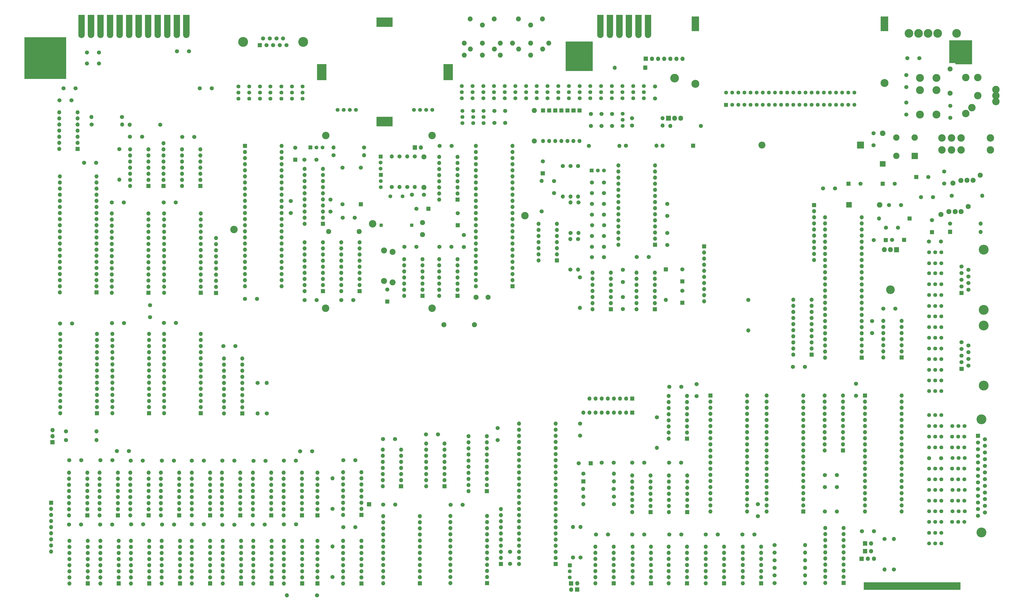
<source format=gbr>
G04 #@! TF.GenerationSoftware,KiCad,Pcbnew,(5.1.10)-1*
G04 #@! TF.CreationDate,2021-06-22T17:34:29+02:00*
G04 #@! TF.ProjectId,Open128,4f70656e-3132-4382-9e6b-696361645f70,3*
G04 #@! TF.SameCoordinates,Original*
G04 #@! TF.FileFunction,Soldermask,Bot*
G04 #@! TF.FilePolarity,Negative*
%FSLAX46Y46*%
G04 Gerber Fmt 4.6, Leading zero omitted, Abs format (unit mm)*
G04 Created by KiCad (PCBNEW (5.1.10)-1) date 2021-06-22 17:34:29*
%MOMM*%
%LPD*%
G01*
G04 APERTURE LIST*
%ADD10C,0.100000*%
%ADD11C,1.701600*%
%ADD12O,1.701600X1.701600*%
%ADD13C,1.625600*%
%ADD14C,3.317600*%
%ADD15C,1.609600*%
%ADD16C,2.051600*%
%ADD17C,3.101600*%
%ADD18O,1.801600X1.801600*%
%ADD19C,2.101600*%
%ADD20C,3.101599*%
%ADD21C,3.301601*%
%ADD22C,3.301600*%
%ADD23C,2.641600*%
%ADD24C,3.601600*%
%ADD25C,0.150000*%
%ADD26O,2.501600X2.501600*%
%ADD27C,2.501600*%
%ADD28O,2.301600X2.301600*%
%ADD29C,4.101600*%
%ADD30O,2.101600X2.101600*%
%ADD31O,2.006600X2.101600*%
%ADD32O,3.601600X3.601600*%
%ADD33C,1.601600*%
%ADD34O,2.901599X2.901599*%
G04 APERTURE END LIST*
D10*
G36*
X268224000Y-58928000D02*
G01*
X257048000Y-58928000D01*
X257048000Y-46736000D01*
X268224000Y-46736000D01*
X268224000Y-58928000D01*
G37*
X268224000Y-58928000D02*
X257048000Y-58928000D01*
X257048000Y-46736000D01*
X268224000Y-46736000D01*
X268224000Y-58928000D01*
G36*
X49276000Y-62230000D02*
G01*
X32004000Y-62230000D01*
X32004000Y-44958000D01*
X49276000Y-44958000D01*
X49276000Y-62230000D01*
G37*
X49276000Y-62230000D02*
X32004000Y-62230000D01*
X32004000Y-44958000D01*
X49276000Y-44958000D01*
X49276000Y-62230000D01*
G36*
X421132000Y-274828000D02*
G01*
X381000000Y-274828000D01*
X381000000Y-271780000D01*
X421132000Y-271780000D01*
X421132000Y-274828000D01*
G37*
X421132000Y-274828000D02*
X381000000Y-274828000D01*
X381000000Y-271780000D01*
X421132000Y-271780000D01*
X421132000Y-274828000D01*
G36*
X425958000Y-56134000D02*
G01*
X419100000Y-56134000D01*
X419100000Y-55626000D01*
X416560000Y-55626000D01*
X416560000Y-46228000D01*
X425958000Y-46228000D01*
X425958000Y-56134000D01*
G37*
X425958000Y-56134000D02*
X419100000Y-56134000D01*
X419100000Y-55626000D01*
X416560000Y-55626000D01*
X416560000Y-46228000D01*
X425958000Y-46228000D01*
X425958000Y-56134000D01*
D11*
X266700000Y-90170000D03*
D12*
X279400000Y-90170000D03*
G36*
G01*
X210058000Y-62788800D02*
X206248000Y-62788800D01*
G75*
G02*
X206197200Y-62738000I0J50800D01*
G01*
X206197200Y-56134000D01*
G75*
G02*
X206248000Y-56083200I50800J0D01*
G01*
X210058000Y-56083200D01*
G75*
G02*
X210108800Y-56134000I0J-50800D01*
G01*
X210108800Y-62738000D01*
G75*
G02*
X210058000Y-62788800I-50800J0D01*
G01*
G37*
G36*
G01*
X157480000Y-62788800D02*
X153670000Y-62788800D01*
G75*
G02*
X153619200Y-62738000I0J50800D01*
G01*
X153619200Y-56134000D01*
G75*
G02*
X153670000Y-56083200I50800J0D01*
G01*
X157480000Y-56083200D01*
G75*
G02*
X157530800Y-56134000I0J-50800D01*
G01*
X157530800Y-62738000D01*
G75*
G02*
X157480000Y-62788800I-50800J0D01*
G01*
G37*
G36*
G01*
X178384200Y-40576500D02*
X178384200Y-36766500D01*
G75*
G02*
X178435000Y-36715700I50800J0D01*
G01*
X185039000Y-36715700D01*
G75*
G02*
X185089800Y-36766500I0J-50800D01*
G01*
X185089800Y-40576500D01*
G75*
G02*
X185039000Y-40627300I-50800J0D01*
G01*
X178435000Y-40627300D01*
G75*
G02*
X178384200Y-40576500I0J50800D01*
G01*
G37*
G36*
G01*
X178384200Y-81915000D02*
X178384200Y-78105000D01*
G75*
G02*
X178435000Y-78054200I50800J0D01*
G01*
X185039000Y-78054200D01*
G75*
G02*
X185089800Y-78105000I0J-50800D01*
G01*
X185089800Y-81915000D01*
G75*
G02*
X185039000Y-81965800I-50800J0D01*
G01*
X178435000Y-81965800D01*
G75*
G02*
X178384200Y-81915000I0J50800D01*
G01*
G37*
D13*
X201549000Y-75184000D03*
X199009000Y-75184000D03*
X196469000Y-75184000D03*
X193929000Y-75184000D03*
X169799000Y-75184000D03*
X167259000Y-75184000D03*
X164719000Y-75184000D03*
X162179000Y-75184000D03*
G36*
G01*
X388029320Y-42303960D02*
X388029320Y-36303960D01*
G75*
G02*
X388080120Y-36253160I50800J0D01*
G01*
X391080120Y-36253160D01*
G75*
G02*
X391130920Y-36303960I0J-50800D01*
G01*
X391130920Y-42303960D01*
G75*
G02*
X391080120Y-42354760I-50800J0D01*
G01*
X388080120Y-42354760D01*
G75*
G02*
X388029320Y-42303960I0J50800D01*
G01*
G37*
G36*
G01*
X309396000Y-42303960D02*
X309396000Y-36303960D01*
G75*
G02*
X309446800Y-36253160I50800J0D01*
G01*
X312446800Y-36253160D01*
G75*
G02*
X312497600Y-36303960I0J-50800D01*
G01*
X312497600Y-42303960D01*
G75*
G02*
X312446800Y-42354760I-50800J0D01*
G01*
X309446800Y-42354760D01*
G75*
G02*
X309396000Y-42303960I0J50800D01*
G01*
G37*
D14*
X389580120Y-63957200D03*
X310916320Y-64322960D03*
D15*
X331317600Y-67980560D03*
X377037600Y-67980560D03*
X377037600Y-73060560D03*
X374497600Y-73060560D03*
X374497600Y-67980560D03*
X371957600Y-67980560D03*
X369417600Y-67980560D03*
X366877600Y-67980560D03*
X364337600Y-67980560D03*
X361797600Y-67980560D03*
X359257600Y-67980560D03*
X356717600Y-67980560D03*
X354177600Y-67980560D03*
X351637600Y-67980560D03*
X349097600Y-67980560D03*
X346557600Y-67980560D03*
X344017600Y-67980560D03*
X341477600Y-67980560D03*
X338937600Y-67980560D03*
X336397600Y-67980560D03*
X333857600Y-67980560D03*
X328777600Y-67980560D03*
X326237600Y-67980560D03*
X323697600Y-67980560D03*
X371957600Y-73060560D03*
X369417600Y-73060560D03*
X366877600Y-73060560D03*
X364337600Y-73060560D03*
X361797600Y-73060560D03*
X359257600Y-73060560D03*
X356717600Y-73060560D03*
X354177600Y-73060560D03*
X351637600Y-73060560D03*
X349097600Y-73060560D03*
X346557600Y-73060560D03*
X344017600Y-73060560D03*
X341477600Y-73060560D03*
X338937600Y-73060560D03*
X336397600Y-73060560D03*
X333857600Y-73060560D03*
X331317600Y-73060560D03*
X328777600Y-73060560D03*
X326237600Y-73060560D03*
G36*
G01*
X322892800Y-73814560D02*
X322892800Y-72306560D01*
G75*
G02*
X322943600Y-72255760I50800J0D01*
G01*
X324451600Y-72255760D01*
G75*
G02*
X324502400Y-72306560I0J-50800D01*
G01*
X324502400Y-73814560D01*
G75*
G02*
X324451600Y-73865360I-50800J0D01*
G01*
X322943600Y-73865360D01*
G75*
G02*
X322892800Y-73814560I0J50800D01*
G01*
G37*
D16*
X242453160Y-39883080D03*
X242453160Y-47376080D03*
X237453160Y-49876080D03*
X234953160Y-47376080D03*
X247453160Y-49876080D03*
X249953160Y-47376080D03*
X247406160Y-37343080D03*
X237373160Y-37343080D03*
X242453160Y-52376080D03*
X214877000Y-52371000D03*
X229877000Y-52371000D03*
X222377000Y-39878000D03*
X222377000Y-47371000D03*
X217377000Y-49871000D03*
X214877000Y-47371000D03*
X227377000Y-49871000D03*
X229877000Y-47371000D03*
X227330000Y-37338000D03*
X217297000Y-37338000D03*
X222377000Y-52371000D03*
D17*
X157289500Y-85852000D03*
X201485500Y-85852000D03*
X201485500Y-157734000D03*
X157226000Y-157734000D03*
X240093500Y-119189500D03*
X176784000Y-122555000D03*
X119126000Y-124904500D03*
D18*
X384048000Y-255574800D03*
G36*
G01*
X382358000Y-256475600D02*
X380658000Y-256475600D01*
G75*
G02*
X380607200Y-256424800I0J50800D01*
G01*
X380607200Y-254724800D01*
G75*
G02*
X380658000Y-254674000I50800J0D01*
G01*
X382358000Y-254674000D01*
G75*
G02*
X382408800Y-254724800I0J-50800D01*
G01*
X382408800Y-256424800D01*
G75*
G02*
X382358000Y-256475600I-50800J0D01*
G01*
G37*
D19*
X413100520Y-118628160D03*
X421454520Y-117461160D03*
X416394520Y-117471160D03*
X418944520Y-117461160D03*
X424403520Y-115326160D03*
X418063680Y-105643680D03*
X426417680Y-104476680D03*
X421357680Y-104486680D03*
X423907680Y-104476680D03*
X429366680Y-102341680D03*
D20*
X433646580Y-91792800D03*
X433646580Y-86791800D03*
X421469080Y-86792800D03*
X417469080Y-86792800D03*
D17*
X413469080Y-86792800D03*
D20*
X421469080Y-91792800D03*
X417469080Y-91792800D03*
D17*
X413469080Y-91792800D03*
D11*
X294924480Y-203055220D03*
D12*
X294924480Y-215755220D03*
D11*
X72567800Y-78099920D03*
D12*
X59867800Y-78099920D03*
D11*
X247002300Y-117411500D03*
D12*
X247002300Y-104711500D03*
D11*
X277114000Y-239242600D03*
D12*
X264414000Y-239242600D03*
D11*
X71404480Y-91455240D03*
D12*
X71404480Y-104155240D03*
D11*
X260045200Y-261416800D03*
D12*
X260045200Y-248716800D03*
D11*
X59944000Y-81280000D03*
D12*
X72644000Y-81280000D03*
D11*
X284619700Y-81661000D03*
D12*
X297319700Y-81661000D03*
D11*
X49276000Y-212598000D03*
D12*
X61976000Y-212598000D03*
D11*
X343916000Y-265729720D03*
D12*
X356616000Y-265729720D03*
D11*
X128879600Y-188772800D03*
D12*
X128879600Y-201472800D03*
D11*
X194310000Y-94551500D03*
D12*
X194310000Y-107251500D03*
D11*
X393471400Y-266420600D03*
D12*
X393471400Y-253720600D03*
D11*
X389636000Y-253720600D03*
D12*
X389636000Y-266420600D03*
D11*
X263230600Y-261428000D03*
D12*
X263230600Y-248728000D03*
D11*
X343916000Y-262564880D03*
D12*
X356616000Y-262564880D03*
D11*
X277114000Y-236073950D03*
D12*
X264414000Y-236073950D03*
D11*
X49276000Y-208915000D03*
D12*
X61976000Y-208915000D03*
D11*
X416890200Y-122453400D03*
D12*
X429590200Y-122453400D03*
D11*
X160070800Y-241198400D03*
D12*
X160070800Y-228498400D03*
D11*
X160096200Y-269570200D03*
D12*
X160096200Y-256870200D03*
D11*
X262376920Y-113695480D03*
D12*
X262376920Y-126395480D03*
D11*
X332994000Y-154228800D03*
D12*
X332994000Y-166928800D03*
D11*
X187896500Y-94551500D03*
D12*
X187896500Y-107251500D03*
D11*
X262153400Y-98501200D03*
D12*
X262153400Y-111201200D03*
D11*
X262153400Y-128879600D03*
D12*
X262153400Y-141579600D03*
D11*
X417525200Y-110871000D03*
D12*
X430225200Y-110871000D03*
D11*
X262953500Y-144792700D03*
D12*
X262953500Y-157492700D03*
D11*
X259003800Y-141605000D03*
D12*
X259003800Y-128905000D03*
D11*
X264414000Y-226568000D03*
D12*
X277114000Y-226568000D03*
D11*
X184721500Y-107251500D03*
D12*
X184721500Y-94551500D03*
D11*
X160464500Y-94043500D03*
D12*
X173164500Y-94043500D03*
D11*
X173177200Y-90779600D03*
D12*
X160477200Y-90779600D03*
D11*
X191135000Y-107251500D03*
D12*
X191135000Y-94551500D03*
D11*
X88473280Y-81325720D03*
D12*
X75773280Y-81325720D03*
D11*
X259054600Y-98501200D03*
D12*
X259054600Y-111201200D03*
D11*
X259029200Y-126390400D03*
D12*
X259029200Y-113690400D03*
D11*
X343916000Y-272059400D03*
D12*
X356616000Y-272059400D03*
D11*
X343916000Y-268894560D03*
D12*
X356616000Y-268894560D03*
D11*
X343916000Y-256235200D03*
D12*
X356616000Y-256235200D03*
D11*
X277042880Y-232882440D03*
D12*
X264342880Y-232882440D03*
D11*
X255803400Y-98501200D03*
D12*
X255803400Y-111201200D03*
D11*
X313207400Y-81800700D03*
D12*
X300507400Y-81800700D03*
D11*
X284619700Y-78625700D03*
D12*
X297319700Y-78625700D03*
D11*
X282041600Y-90068400D03*
D12*
X294741600Y-90068400D03*
D11*
X343916000Y-259400040D03*
D12*
X356616000Y-259400040D03*
D11*
X132715000Y-201472800D03*
D12*
X132715000Y-188772800D03*
D21*
X411222000Y-61838840D03*
X404372000Y-61838840D03*
D22*
X411222000Y-66918840D03*
D21*
X404372000Y-66918840D03*
D22*
X411222000Y-77078840D03*
D21*
X404372000Y-77078840D03*
D13*
X143250920Y-65450720D03*
X143250920Y-67990720D03*
X143250920Y-70530720D03*
X147665440Y-65450720D03*
X147665440Y-67990720D03*
X147665440Y-70530720D03*
X120954800Y-65450720D03*
X120954800Y-67990720D03*
X120954800Y-70530720D03*
X125415040Y-65450720D03*
X125415040Y-67990720D03*
X125415040Y-70530720D03*
X138790680Y-65450720D03*
X138790680Y-67990720D03*
X138790680Y-70530720D03*
X134274560Y-65450720D03*
X134274560Y-67990720D03*
X134274560Y-70530720D03*
X129931160Y-65450720D03*
X129931160Y-67990720D03*
X129931160Y-70530720D03*
X214122000Y-80645000D03*
X214122000Y-78105000D03*
X214122000Y-75565000D03*
X218567000Y-80645000D03*
X218567000Y-78105000D03*
X218567000Y-75565000D03*
X280705560Y-76738480D03*
X280705560Y-79278480D03*
X280705560Y-81818480D03*
X227225410Y-65278000D03*
X227225410Y-67818000D03*
X227225410Y-70358000D03*
X236130350Y-65278000D03*
X236130350Y-67818000D03*
X236130350Y-70358000D03*
X231677880Y-65278000D03*
X231677880Y-67818000D03*
X231677880Y-70358000D03*
X245035290Y-65278000D03*
X245035290Y-67818000D03*
X245035290Y-70358000D03*
X249487760Y-65278000D03*
X249487760Y-67818000D03*
X249487760Y-70358000D03*
X253940230Y-65278000D03*
X253940230Y-67818000D03*
X253940230Y-70358000D03*
X258392700Y-65278000D03*
X258392700Y-67818000D03*
X258392700Y-70358000D03*
X262845170Y-65278000D03*
X262845170Y-67818000D03*
X262845170Y-70358000D03*
X240582820Y-65278000D03*
X240582820Y-67818000D03*
X240582820Y-70358000D03*
X276202580Y-65278000D03*
X276202580Y-67818000D03*
X276202580Y-70358000D03*
X280655050Y-65278000D03*
X280655050Y-67818000D03*
X280655050Y-70358000D03*
X271750110Y-65278000D03*
X271750110Y-67818000D03*
X271750110Y-70358000D03*
X267297640Y-65278000D03*
X267297640Y-67818000D03*
X267297640Y-70358000D03*
X289560000Y-65278000D03*
X289560000Y-67818000D03*
X289560000Y-70358000D03*
X285107520Y-65278000D03*
X285107520Y-67818000D03*
X285107520Y-70358000D03*
X408178000Y-192151000D03*
X410718000Y-192151000D03*
X413258000Y-192151000D03*
X222772940Y-65278000D03*
X222772940Y-67818000D03*
X222772940Y-70358000D03*
X213868000Y-65278000D03*
X213868000Y-67818000D03*
X213868000Y-70358000D03*
X218320470Y-65278000D03*
X218320470Y-67818000D03*
X218320470Y-70358000D03*
X222915480Y-80639920D03*
X222915480Y-78099920D03*
X222915480Y-75559920D03*
X417677600Y-215578266D03*
X420217600Y-215578266D03*
X422757600Y-215578266D03*
X417906200Y-220014799D03*
X420446200Y-220014799D03*
X422986200Y-220014799D03*
X417855400Y-233324398D03*
X420395400Y-233324398D03*
X422935400Y-233324398D03*
X408178000Y-224451332D03*
X410718000Y-224451332D03*
X413258000Y-224451332D03*
X417753800Y-228887865D03*
X420293800Y-228887865D03*
X422833800Y-228887865D03*
X408178000Y-228887865D03*
X410718000Y-228887865D03*
X413258000Y-228887865D03*
X417753800Y-224451332D03*
X420293800Y-224451332D03*
X422833800Y-224451332D03*
X408178000Y-233324398D03*
X410718000Y-233324398D03*
X413258000Y-233324398D03*
X417703000Y-237760931D03*
X420243000Y-237760931D03*
X422783000Y-237760931D03*
X408178000Y-237760931D03*
X410718000Y-237760931D03*
X413258000Y-237760931D03*
X408178000Y-255549400D03*
X410718000Y-255549400D03*
X413258000Y-255549400D03*
X417753800Y-211141733D03*
X420293800Y-211141733D03*
X422833800Y-211141733D03*
X408178000Y-211141733D03*
X410718000Y-211141733D03*
X413258000Y-211141733D03*
X408178000Y-215578266D03*
X410718000Y-215578266D03*
X413258000Y-215578266D03*
X417830000Y-206705200D03*
X420370000Y-206705200D03*
X422910000Y-206705200D03*
X408178000Y-206705200D03*
X410718000Y-206705200D03*
X413258000Y-206705200D03*
X408178000Y-202184000D03*
X410718000Y-202184000D03*
X413258000Y-202184000D03*
X417855400Y-242197464D03*
X420395400Y-242197464D03*
X422935400Y-242197464D03*
X417753800Y-246634000D03*
X420293800Y-246634000D03*
X422833800Y-246634000D03*
X408178000Y-246634000D03*
X410718000Y-246634000D03*
X413258000Y-246634000D03*
X408178000Y-251129800D03*
X410718000Y-251129800D03*
X413258000Y-251129800D03*
X408178000Y-242197464D03*
X410718000Y-242197464D03*
X413258000Y-242197464D03*
X408178000Y-161112200D03*
X410718000Y-161112200D03*
X413258000Y-161112200D03*
X408178000Y-143129000D03*
X410718000Y-143129000D03*
X413258000Y-143129000D03*
X408178000Y-147675600D03*
X410718000Y-147675600D03*
X413258000Y-147675600D03*
X408178000Y-152196800D03*
X410718000Y-152196800D03*
X413258000Y-152196800D03*
X408178000Y-156743400D03*
X410718000Y-156743400D03*
X413258000Y-156743400D03*
X408178000Y-138963400D03*
X410718000Y-138963400D03*
X413258000Y-138963400D03*
X408178000Y-134416800D03*
X410718000Y-134416800D03*
X413258000Y-134416800D03*
X408178000Y-174447200D03*
X410718000Y-174447200D03*
X413258000Y-174447200D03*
X408178000Y-178892200D03*
X410718000Y-178892200D03*
X413258000Y-178892200D03*
X408178000Y-183337200D03*
X410718000Y-183337200D03*
X413258000Y-183337200D03*
X408178000Y-187782200D03*
X410718000Y-187782200D03*
X413258000Y-187782200D03*
X408178000Y-170002200D03*
X410718000Y-170002200D03*
X413258000Y-170002200D03*
X408178000Y-165557200D03*
X410718000Y-165557200D03*
X413258000Y-165557200D03*
D23*
X394543280Y-94310200D03*
X394543280Y-86690200D03*
X402163280Y-86690200D03*
G36*
G01*
X403484080Y-93040200D02*
X403484080Y-95580200D01*
G75*
G02*
X403433280Y-95631000I-50800J0D01*
G01*
X400893280Y-95631000D01*
G75*
G02*
X400842480Y-95580200I0J50800D01*
G01*
X400842480Y-93040200D01*
G75*
G02*
X400893280Y-92989400I50800J0D01*
G01*
X403433280Y-92989400D01*
G75*
G02*
X403484080Y-93040200I0J-50800D01*
G01*
G37*
D24*
X419597840Y-43312080D03*
X411673040Y-43312080D03*
X407710640Y-43312080D03*
X403748240Y-43312080D03*
X399785840Y-43312080D03*
D17*
X435919000Y-71715000D03*
X435919000Y-66715000D03*
X435919000Y-69215000D03*
X428419000Y-69215000D03*
X423419000Y-76715000D03*
X423419000Y-61715000D03*
X428419000Y-61715000D03*
X425919000Y-74215000D03*
D25*
G36*
X80751431Y-35632096D02*
G01*
X80760960Y-35634987D01*
X80769743Y-35639681D01*
X80777441Y-35645999D01*
X80783759Y-35653697D01*
X80788453Y-35662480D01*
X80791344Y-35672009D01*
X80792320Y-35681920D01*
X80792320Y-43936920D01*
X80791344Y-43946831D01*
X80790790Y-43948657D01*
X80790790Y-43999236D01*
X80790545Y-44004215D01*
X80778329Y-44128247D01*
X80777598Y-44133178D01*
X80753284Y-44255415D01*
X80752073Y-44260252D01*
X80715894Y-44379517D01*
X80714214Y-44384210D01*
X80666519Y-44499355D01*
X80664388Y-44503862D01*
X80605637Y-44613777D01*
X80603074Y-44618053D01*
X80533833Y-44721681D01*
X80530863Y-44725685D01*
X80451797Y-44822027D01*
X80448449Y-44825721D01*
X80360321Y-44913849D01*
X80356627Y-44917197D01*
X80260285Y-44996263D01*
X80256281Y-44999233D01*
X80152653Y-45068474D01*
X80148377Y-45071037D01*
X80038462Y-45129788D01*
X80033955Y-45131919D01*
X79918810Y-45179614D01*
X79914117Y-45181294D01*
X79794852Y-45217473D01*
X79790015Y-45218684D01*
X79667778Y-45242998D01*
X79662847Y-45243729D01*
X79538815Y-45255945D01*
X79533836Y-45256190D01*
X79409204Y-45256190D01*
X79404225Y-45255945D01*
X79280193Y-45243729D01*
X79275262Y-45242998D01*
X79153025Y-45218684D01*
X79148188Y-45217473D01*
X79028923Y-45181294D01*
X79024230Y-45179614D01*
X78909085Y-45131919D01*
X78904578Y-45129788D01*
X78794663Y-45071037D01*
X78790387Y-45068474D01*
X78686759Y-44999233D01*
X78682755Y-44996263D01*
X78586413Y-44917197D01*
X78582719Y-44913849D01*
X78494591Y-44825721D01*
X78491243Y-44822027D01*
X78412177Y-44725685D01*
X78409207Y-44721681D01*
X78339966Y-44618053D01*
X78337403Y-44613777D01*
X78278652Y-44503862D01*
X78276521Y-44499355D01*
X78228826Y-44384210D01*
X78227146Y-44379517D01*
X78190967Y-44260252D01*
X78189756Y-44255415D01*
X78165442Y-44133178D01*
X78164711Y-44128247D01*
X78152495Y-44004215D01*
X78152250Y-43999236D01*
X78152250Y-43948657D01*
X78151696Y-43946831D01*
X78150720Y-43936920D01*
X78150720Y-35681920D01*
X78151696Y-35672009D01*
X78154587Y-35662480D01*
X78159281Y-35653697D01*
X78165599Y-35645999D01*
X78173297Y-35639681D01*
X78182080Y-35634987D01*
X78191609Y-35632096D01*
X78201520Y-35631120D01*
X80741520Y-35631120D01*
X80751431Y-35632096D01*
G37*
G36*
X56977031Y-35632096D02*
G01*
X56986560Y-35634987D01*
X56995343Y-35639681D01*
X57003041Y-35645999D01*
X57009359Y-35653697D01*
X57014053Y-35662480D01*
X57016944Y-35672009D01*
X57017920Y-35681920D01*
X57017920Y-43936920D01*
X57016944Y-43946831D01*
X57016390Y-43948657D01*
X57016390Y-43999236D01*
X57016145Y-44004215D01*
X57003929Y-44128247D01*
X57003198Y-44133178D01*
X56978884Y-44255415D01*
X56977673Y-44260252D01*
X56941494Y-44379517D01*
X56939814Y-44384210D01*
X56892119Y-44499355D01*
X56889988Y-44503862D01*
X56831237Y-44613777D01*
X56828674Y-44618053D01*
X56759433Y-44721681D01*
X56756463Y-44725685D01*
X56677397Y-44822027D01*
X56674049Y-44825721D01*
X56585921Y-44913849D01*
X56582227Y-44917197D01*
X56485885Y-44996263D01*
X56481881Y-44999233D01*
X56378253Y-45068474D01*
X56373977Y-45071037D01*
X56264062Y-45129788D01*
X56259555Y-45131919D01*
X56144410Y-45179614D01*
X56139717Y-45181294D01*
X56020452Y-45217473D01*
X56015615Y-45218684D01*
X55893378Y-45242998D01*
X55888447Y-45243729D01*
X55764415Y-45255945D01*
X55759436Y-45256190D01*
X55634804Y-45256190D01*
X55629825Y-45255945D01*
X55505793Y-45243729D01*
X55500862Y-45242998D01*
X55378625Y-45218684D01*
X55373788Y-45217473D01*
X55254523Y-45181294D01*
X55249830Y-45179614D01*
X55134685Y-45131919D01*
X55130178Y-45129788D01*
X55020263Y-45071037D01*
X55015987Y-45068474D01*
X54912359Y-44999233D01*
X54908355Y-44996263D01*
X54812013Y-44917197D01*
X54808319Y-44913849D01*
X54720191Y-44825721D01*
X54716843Y-44822027D01*
X54637777Y-44725685D01*
X54634807Y-44721681D01*
X54565566Y-44618053D01*
X54563003Y-44613777D01*
X54504252Y-44503862D01*
X54502121Y-44499355D01*
X54454426Y-44384210D01*
X54452746Y-44379517D01*
X54416567Y-44260252D01*
X54415356Y-44255415D01*
X54391042Y-44133178D01*
X54390311Y-44128247D01*
X54378095Y-44004215D01*
X54377850Y-43999236D01*
X54377850Y-43948657D01*
X54377296Y-43946831D01*
X54376320Y-43936920D01*
X54376320Y-35681920D01*
X54377296Y-35672009D01*
X54380187Y-35662480D01*
X54384881Y-35653697D01*
X54391199Y-35645999D01*
X54398897Y-35639681D01*
X54407680Y-35634987D01*
X54417209Y-35632096D01*
X54427120Y-35631120D01*
X56967120Y-35631120D01*
X56977031Y-35632096D01*
G37*
G36*
X84713831Y-35632096D02*
G01*
X84723360Y-35634987D01*
X84732143Y-35639681D01*
X84739841Y-35645999D01*
X84746159Y-35653697D01*
X84750853Y-35662480D01*
X84753744Y-35672009D01*
X84754720Y-35681920D01*
X84754720Y-43936920D01*
X84753744Y-43946831D01*
X84753190Y-43948657D01*
X84753190Y-43999236D01*
X84752945Y-44004215D01*
X84740729Y-44128247D01*
X84739998Y-44133178D01*
X84715684Y-44255415D01*
X84714473Y-44260252D01*
X84678294Y-44379517D01*
X84676614Y-44384210D01*
X84628919Y-44499355D01*
X84626788Y-44503862D01*
X84568037Y-44613777D01*
X84565474Y-44618053D01*
X84496233Y-44721681D01*
X84493263Y-44725685D01*
X84414197Y-44822027D01*
X84410849Y-44825721D01*
X84322721Y-44913849D01*
X84319027Y-44917197D01*
X84222685Y-44996263D01*
X84218681Y-44999233D01*
X84115053Y-45068474D01*
X84110777Y-45071037D01*
X84000862Y-45129788D01*
X83996355Y-45131919D01*
X83881210Y-45179614D01*
X83876517Y-45181294D01*
X83757252Y-45217473D01*
X83752415Y-45218684D01*
X83630178Y-45242998D01*
X83625247Y-45243729D01*
X83501215Y-45255945D01*
X83496236Y-45256190D01*
X83371604Y-45256190D01*
X83366625Y-45255945D01*
X83242593Y-45243729D01*
X83237662Y-45242998D01*
X83115425Y-45218684D01*
X83110588Y-45217473D01*
X82991323Y-45181294D01*
X82986630Y-45179614D01*
X82871485Y-45131919D01*
X82866978Y-45129788D01*
X82757063Y-45071037D01*
X82752787Y-45068474D01*
X82649159Y-44999233D01*
X82645155Y-44996263D01*
X82548813Y-44917197D01*
X82545119Y-44913849D01*
X82456991Y-44825721D01*
X82453643Y-44822027D01*
X82374577Y-44725685D01*
X82371607Y-44721681D01*
X82302366Y-44618053D01*
X82299803Y-44613777D01*
X82241052Y-44503862D01*
X82238921Y-44499355D01*
X82191226Y-44384210D01*
X82189546Y-44379517D01*
X82153367Y-44260252D01*
X82152156Y-44255415D01*
X82127842Y-44133178D01*
X82127111Y-44128247D01*
X82114895Y-44004215D01*
X82114650Y-43999236D01*
X82114650Y-43948657D01*
X82114096Y-43946831D01*
X82113120Y-43936920D01*
X82113120Y-35681920D01*
X82114096Y-35672009D01*
X82116987Y-35662480D01*
X82121681Y-35653697D01*
X82127999Y-35645999D01*
X82135697Y-35639681D01*
X82144480Y-35634987D01*
X82154009Y-35632096D01*
X82163920Y-35631120D01*
X84703920Y-35631120D01*
X84713831Y-35632096D01*
G37*
G36*
X88676231Y-35632096D02*
G01*
X88685760Y-35634987D01*
X88694543Y-35639681D01*
X88702241Y-35645999D01*
X88708559Y-35653697D01*
X88713253Y-35662480D01*
X88716144Y-35672009D01*
X88717120Y-35681920D01*
X88717120Y-43936920D01*
X88716144Y-43946831D01*
X88715590Y-43948657D01*
X88715590Y-43999236D01*
X88715345Y-44004215D01*
X88703129Y-44128247D01*
X88702398Y-44133178D01*
X88678084Y-44255415D01*
X88676873Y-44260252D01*
X88640694Y-44379517D01*
X88639014Y-44384210D01*
X88591319Y-44499355D01*
X88589188Y-44503862D01*
X88530437Y-44613777D01*
X88527874Y-44618053D01*
X88458633Y-44721681D01*
X88455663Y-44725685D01*
X88376597Y-44822027D01*
X88373249Y-44825721D01*
X88285121Y-44913849D01*
X88281427Y-44917197D01*
X88185085Y-44996263D01*
X88181081Y-44999233D01*
X88077453Y-45068474D01*
X88073177Y-45071037D01*
X87963262Y-45129788D01*
X87958755Y-45131919D01*
X87843610Y-45179614D01*
X87838917Y-45181294D01*
X87719652Y-45217473D01*
X87714815Y-45218684D01*
X87592578Y-45242998D01*
X87587647Y-45243729D01*
X87463615Y-45255945D01*
X87458636Y-45256190D01*
X87334004Y-45256190D01*
X87329025Y-45255945D01*
X87204993Y-45243729D01*
X87200062Y-45242998D01*
X87077825Y-45218684D01*
X87072988Y-45217473D01*
X86953723Y-45181294D01*
X86949030Y-45179614D01*
X86833885Y-45131919D01*
X86829378Y-45129788D01*
X86719463Y-45071037D01*
X86715187Y-45068474D01*
X86611559Y-44999233D01*
X86607555Y-44996263D01*
X86511213Y-44917197D01*
X86507519Y-44913849D01*
X86419391Y-44825721D01*
X86416043Y-44822027D01*
X86336977Y-44725685D01*
X86334007Y-44721681D01*
X86264766Y-44618053D01*
X86262203Y-44613777D01*
X86203452Y-44503862D01*
X86201321Y-44499355D01*
X86153626Y-44384210D01*
X86151946Y-44379517D01*
X86115767Y-44260252D01*
X86114556Y-44255415D01*
X86090242Y-44133178D01*
X86089511Y-44128247D01*
X86077295Y-44004215D01*
X86077050Y-43999236D01*
X86077050Y-43948657D01*
X86076496Y-43946831D01*
X86075520Y-43936920D01*
X86075520Y-35681920D01*
X86076496Y-35672009D01*
X86079387Y-35662480D01*
X86084081Y-35653697D01*
X86090399Y-35645999D01*
X86098097Y-35639681D01*
X86106880Y-35634987D01*
X86116409Y-35632096D01*
X86126320Y-35631120D01*
X88666320Y-35631120D01*
X88676231Y-35632096D01*
G37*
G36*
X92638631Y-35632096D02*
G01*
X92648160Y-35634987D01*
X92656943Y-35639681D01*
X92664641Y-35645999D01*
X92670959Y-35653697D01*
X92675653Y-35662480D01*
X92678544Y-35672009D01*
X92679520Y-35681920D01*
X92679520Y-43936920D01*
X92678544Y-43946831D01*
X92677990Y-43948657D01*
X92677990Y-43999236D01*
X92677745Y-44004215D01*
X92665529Y-44128247D01*
X92664798Y-44133178D01*
X92640484Y-44255415D01*
X92639273Y-44260252D01*
X92603094Y-44379517D01*
X92601414Y-44384210D01*
X92553719Y-44499355D01*
X92551588Y-44503862D01*
X92492837Y-44613777D01*
X92490274Y-44618053D01*
X92421033Y-44721681D01*
X92418063Y-44725685D01*
X92338997Y-44822027D01*
X92335649Y-44825721D01*
X92247521Y-44913849D01*
X92243827Y-44917197D01*
X92147485Y-44996263D01*
X92143481Y-44999233D01*
X92039853Y-45068474D01*
X92035577Y-45071037D01*
X91925662Y-45129788D01*
X91921155Y-45131919D01*
X91806010Y-45179614D01*
X91801317Y-45181294D01*
X91682052Y-45217473D01*
X91677215Y-45218684D01*
X91554978Y-45242998D01*
X91550047Y-45243729D01*
X91426015Y-45255945D01*
X91421036Y-45256190D01*
X91296404Y-45256190D01*
X91291425Y-45255945D01*
X91167393Y-45243729D01*
X91162462Y-45242998D01*
X91040225Y-45218684D01*
X91035388Y-45217473D01*
X90916123Y-45181294D01*
X90911430Y-45179614D01*
X90796285Y-45131919D01*
X90791778Y-45129788D01*
X90681863Y-45071037D01*
X90677587Y-45068474D01*
X90573959Y-44999233D01*
X90569955Y-44996263D01*
X90473613Y-44917197D01*
X90469919Y-44913849D01*
X90381791Y-44825721D01*
X90378443Y-44822027D01*
X90299377Y-44725685D01*
X90296407Y-44721681D01*
X90227166Y-44618053D01*
X90224603Y-44613777D01*
X90165852Y-44503862D01*
X90163721Y-44499355D01*
X90116026Y-44384210D01*
X90114346Y-44379517D01*
X90078167Y-44260252D01*
X90076956Y-44255415D01*
X90052642Y-44133178D01*
X90051911Y-44128247D01*
X90039695Y-44004215D01*
X90039450Y-43999236D01*
X90039450Y-43948657D01*
X90038896Y-43946831D01*
X90037920Y-43936920D01*
X90037920Y-35681920D01*
X90038896Y-35672009D01*
X90041787Y-35662480D01*
X90046481Y-35653697D01*
X90052799Y-35645999D01*
X90060497Y-35639681D01*
X90069280Y-35634987D01*
X90078809Y-35632096D01*
X90088720Y-35631120D01*
X92628720Y-35631120D01*
X92638631Y-35632096D01*
G37*
G36*
X96601031Y-35632096D02*
G01*
X96610560Y-35634987D01*
X96619343Y-35639681D01*
X96627041Y-35645999D01*
X96633359Y-35653697D01*
X96638053Y-35662480D01*
X96640944Y-35672009D01*
X96641920Y-35681920D01*
X96641920Y-43936920D01*
X96640944Y-43946831D01*
X96640390Y-43948657D01*
X96640390Y-43999236D01*
X96640145Y-44004215D01*
X96627929Y-44128247D01*
X96627198Y-44133178D01*
X96602884Y-44255415D01*
X96601673Y-44260252D01*
X96565494Y-44379517D01*
X96563814Y-44384210D01*
X96516119Y-44499355D01*
X96513988Y-44503862D01*
X96455237Y-44613777D01*
X96452674Y-44618053D01*
X96383433Y-44721681D01*
X96380463Y-44725685D01*
X96301397Y-44822027D01*
X96298049Y-44825721D01*
X96209921Y-44913849D01*
X96206227Y-44917197D01*
X96109885Y-44996263D01*
X96105881Y-44999233D01*
X96002253Y-45068474D01*
X95997977Y-45071037D01*
X95888062Y-45129788D01*
X95883555Y-45131919D01*
X95768410Y-45179614D01*
X95763717Y-45181294D01*
X95644452Y-45217473D01*
X95639615Y-45218684D01*
X95517378Y-45242998D01*
X95512447Y-45243729D01*
X95388415Y-45255945D01*
X95383436Y-45256190D01*
X95258804Y-45256190D01*
X95253825Y-45255945D01*
X95129793Y-45243729D01*
X95124862Y-45242998D01*
X95002625Y-45218684D01*
X94997788Y-45217473D01*
X94878523Y-45181294D01*
X94873830Y-45179614D01*
X94758685Y-45131919D01*
X94754178Y-45129788D01*
X94644263Y-45071037D01*
X94639987Y-45068474D01*
X94536359Y-44999233D01*
X94532355Y-44996263D01*
X94436013Y-44917197D01*
X94432319Y-44913849D01*
X94344191Y-44825721D01*
X94340843Y-44822027D01*
X94261777Y-44725685D01*
X94258807Y-44721681D01*
X94189566Y-44618053D01*
X94187003Y-44613777D01*
X94128252Y-44503862D01*
X94126121Y-44499355D01*
X94078426Y-44384210D01*
X94076746Y-44379517D01*
X94040567Y-44260252D01*
X94039356Y-44255415D01*
X94015042Y-44133178D01*
X94014311Y-44128247D01*
X94002095Y-44004215D01*
X94001850Y-43999236D01*
X94001850Y-43948657D01*
X94001296Y-43946831D01*
X94000320Y-43936920D01*
X94000320Y-35681920D01*
X94001296Y-35672009D01*
X94004187Y-35662480D01*
X94008881Y-35653697D01*
X94015199Y-35645999D01*
X94022897Y-35639681D01*
X94031680Y-35634987D01*
X94041209Y-35632096D01*
X94051120Y-35631120D01*
X96591120Y-35631120D01*
X96601031Y-35632096D01*
G37*
G36*
X76789031Y-35632096D02*
G01*
X76798560Y-35634987D01*
X76807343Y-35639681D01*
X76815041Y-35645999D01*
X76821359Y-35653697D01*
X76826053Y-35662480D01*
X76828944Y-35672009D01*
X76829920Y-35681920D01*
X76829920Y-43936920D01*
X76828944Y-43946831D01*
X76828390Y-43948657D01*
X76828390Y-43999236D01*
X76828145Y-44004215D01*
X76815929Y-44128247D01*
X76815198Y-44133178D01*
X76790884Y-44255415D01*
X76789673Y-44260252D01*
X76753494Y-44379517D01*
X76751814Y-44384210D01*
X76704119Y-44499355D01*
X76701988Y-44503862D01*
X76643237Y-44613777D01*
X76640674Y-44618053D01*
X76571433Y-44721681D01*
X76568463Y-44725685D01*
X76489397Y-44822027D01*
X76486049Y-44825721D01*
X76397921Y-44913849D01*
X76394227Y-44917197D01*
X76297885Y-44996263D01*
X76293881Y-44999233D01*
X76190253Y-45068474D01*
X76185977Y-45071037D01*
X76076062Y-45129788D01*
X76071555Y-45131919D01*
X75956410Y-45179614D01*
X75951717Y-45181294D01*
X75832452Y-45217473D01*
X75827615Y-45218684D01*
X75705378Y-45242998D01*
X75700447Y-45243729D01*
X75576415Y-45255945D01*
X75571436Y-45256190D01*
X75446804Y-45256190D01*
X75441825Y-45255945D01*
X75317793Y-45243729D01*
X75312862Y-45242998D01*
X75190625Y-45218684D01*
X75185788Y-45217473D01*
X75066523Y-45181294D01*
X75061830Y-45179614D01*
X74946685Y-45131919D01*
X74942178Y-45129788D01*
X74832263Y-45071037D01*
X74827987Y-45068474D01*
X74724359Y-44999233D01*
X74720355Y-44996263D01*
X74624013Y-44917197D01*
X74620319Y-44913849D01*
X74532191Y-44825721D01*
X74528843Y-44822027D01*
X74449777Y-44725685D01*
X74446807Y-44721681D01*
X74377566Y-44618053D01*
X74375003Y-44613777D01*
X74316252Y-44503862D01*
X74314121Y-44499355D01*
X74266426Y-44384210D01*
X74264746Y-44379517D01*
X74228567Y-44260252D01*
X74227356Y-44255415D01*
X74203042Y-44133178D01*
X74202311Y-44128247D01*
X74190095Y-44004215D01*
X74189850Y-43999236D01*
X74189850Y-43948657D01*
X74189296Y-43946831D01*
X74188320Y-43936920D01*
X74188320Y-35681920D01*
X74189296Y-35672009D01*
X74192187Y-35662480D01*
X74196881Y-35653697D01*
X74203199Y-35645999D01*
X74210897Y-35639681D01*
X74219680Y-35634987D01*
X74229209Y-35632096D01*
X74239120Y-35631120D01*
X76779120Y-35631120D01*
X76789031Y-35632096D01*
G37*
G36*
X100563431Y-35632096D02*
G01*
X100572960Y-35634987D01*
X100581743Y-35639681D01*
X100589441Y-35645999D01*
X100595759Y-35653697D01*
X100600453Y-35662480D01*
X100603344Y-35672009D01*
X100604320Y-35681920D01*
X100604320Y-43936920D01*
X100603344Y-43946831D01*
X100602790Y-43948657D01*
X100602790Y-43999236D01*
X100602545Y-44004215D01*
X100590329Y-44128247D01*
X100589598Y-44133178D01*
X100565284Y-44255415D01*
X100564073Y-44260252D01*
X100527894Y-44379517D01*
X100526214Y-44384210D01*
X100478519Y-44499355D01*
X100476388Y-44503862D01*
X100417637Y-44613777D01*
X100415074Y-44618053D01*
X100345833Y-44721681D01*
X100342863Y-44725685D01*
X100263797Y-44822027D01*
X100260449Y-44825721D01*
X100172321Y-44913849D01*
X100168627Y-44917197D01*
X100072285Y-44996263D01*
X100068281Y-44999233D01*
X99964653Y-45068474D01*
X99960377Y-45071037D01*
X99850462Y-45129788D01*
X99845955Y-45131919D01*
X99730810Y-45179614D01*
X99726117Y-45181294D01*
X99606852Y-45217473D01*
X99602015Y-45218684D01*
X99479778Y-45242998D01*
X99474847Y-45243729D01*
X99350815Y-45255945D01*
X99345836Y-45256190D01*
X99221204Y-45256190D01*
X99216225Y-45255945D01*
X99092193Y-45243729D01*
X99087262Y-45242998D01*
X98965025Y-45218684D01*
X98960188Y-45217473D01*
X98840923Y-45181294D01*
X98836230Y-45179614D01*
X98721085Y-45131919D01*
X98716578Y-45129788D01*
X98606663Y-45071037D01*
X98602387Y-45068474D01*
X98498759Y-44999233D01*
X98494755Y-44996263D01*
X98398413Y-44917197D01*
X98394719Y-44913849D01*
X98306591Y-44825721D01*
X98303243Y-44822027D01*
X98224177Y-44725685D01*
X98221207Y-44721681D01*
X98151966Y-44618053D01*
X98149403Y-44613777D01*
X98090652Y-44503862D01*
X98088521Y-44499355D01*
X98040826Y-44384210D01*
X98039146Y-44379517D01*
X98002967Y-44260252D01*
X98001756Y-44255415D01*
X97977442Y-44133178D01*
X97976711Y-44128247D01*
X97964495Y-44004215D01*
X97964250Y-43999236D01*
X97964250Y-43948657D01*
X97963696Y-43946831D01*
X97962720Y-43936920D01*
X97962720Y-35681920D01*
X97963696Y-35672009D01*
X97966587Y-35662480D01*
X97971281Y-35653697D01*
X97977599Y-35645999D01*
X97985297Y-35639681D01*
X97994080Y-35634987D01*
X98003609Y-35632096D01*
X98013520Y-35631120D01*
X100553520Y-35631120D01*
X100563431Y-35632096D01*
G37*
G36*
X60939431Y-35632096D02*
G01*
X60948960Y-35634987D01*
X60957743Y-35639681D01*
X60965441Y-35645999D01*
X60971759Y-35653697D01*
X60976453Y-35662480D01*
X60979344Y-35672009D01*
X60980320Y-35681920D01*
X60980320Y-43936920D01*
X60979344Y-43946831D01*
X60978790Y-43948657D01*
X60978790Y-43999236D01*
X60978545Y-44004215D01*
X60966329Y-44128247D01*
X60965598Y-44133178D01*
X60941284Y-44255415D01*
X60940073Y-44260252D01*
X60903894Y-44379517D01*
X60902214Y-44384210D01*
X60854519Y-44499355D01*
X60852388Y-44503862D01*
X60793637Y-44613777D01*
X60791074Y-44618053D01*
X60721833Y-44721681D01*
X60718863Y-44725685D01*
X60639797Y-44822027D01*
X60636449Y-44825721D01*
X60548321Y-44913849D01*
X60544627Y-44917197D01*
X60448285Y-44996263D01*
X60444281Y-44999233D01*
X60340653Y-45068474D01*
X60336377Y-45071037D01*
X60226462Y-45129788D01*
X60221955Y-45131919D01*
X60106810Y-45179614D01*
X60102117Y-45181294D01*
X59982852Y-45217473D01*
X59978015Y-45218684D01*
X59855778Y-45242998D01*
X59850847Y-45243729D01*
X59726815Y-45255945D01*
X59721836Y-45256190D01*
X59597204Y-45256190D01*
X59592225Y-45255945D01*
X59468193Y-45243729D01*
X59463262Y-45242998D01*
X59341025Y-45218684D01*
X59336188Y-45217473D01*
X59216923Y-45181294D01*
X59212230Y-45179614D01*
X59097085Y-45131919D01*
X59092578Y-45129788D01*
X58982663Y-45071037D01*
X58978387Y-45068474D01*
X58874759Y-44999233D01*
X58870755Y-44996263D01*
X58774413Y-44917197D01*
X58770719Y-44913849D01*
X58682591Y-44825721D01*
X58679243Y-44822027D01*
X58600177Y-44725685D01*
X58597207Y-44721681D01*
X58527966Y-44618053D01*
X58525403Y-44613777D01*
X58466652Y-44503862D01*
X58464521Y-44499355D01*
X58416826Y-44384210D01*
X58415146Y-44379517D01*
X58378967Y-44260252D01*
X58377756Y-44255415D01*
X58353442Y-44133178D01*
X58352711Y-44128247D01*
X58340495Y-44004215D01*
X58340250Y-43999236D01*
X58340250Y-43948657D01*
X58339696Y-43946831D01*
X58338720Y-43936920D01*
X58338720Y-35681920D01*
X58339696Y-35672009D01*
X58342587Y-35662480D01*
X58347281Y-35653697D01*
X58353599Y-35645999D01*
X58361297Y-35639681D01*
X58370080Y-35634987D01*
X58379609Y-35632096D01*
X58389520Y-35631120D01*
X60929520Y-35631120D01*
X60939431Y-35632096D01*
G37*
G36*
X64901831Y-35632096D02*
G01*
X64911360Y-35634987D01*
X64920143Y-35639681D01*
X64927841Y-35645999D01*
X64934159Y-35653697D01*
X64938853Y-35662480D01*
X64941744Y-35672009D01*
X64942720Y-35681920D01*
X64942720Y-43936920D01*
X64941744Y-43946831D01*
X64941190Y-43948657D01*
X64941190Y-43999236D01*
X64940945Y-44004215D01*
X64928729Y-44128247D01*
X64927998Y-44133178D01*
X64903684Y-44255415D01*
X64902473Y-44260252D01*
X64866294Y-44379517D01*
X64864614Y-44384210D01*
X64816919Y-44499355D01*
X64814788Y-44503862D01*
X64756037Y-44613777D01*
X64753474Y-44618053D01*
X64684233Y-44721681D01*
X64681263Y-44725685D01*
X64602197Y-44822027D01*
X64598849Y-44825721D01*
X64510721Y-44913849D01*
X64507027Y-44917197D01*
X64410685Y-44996263D01*
X64406681Y-44999233D01*
X64303053Y-45068474D01*
X64298777Y-45071037D01*
X64188862Y-45129788D01*
X64184355Y-45131919D01*
X64069210Y-45179614D01*
X64064517Y-45181294D01*
X63945252Y-45217473D01*
X63940415Y-45218684D01*
X63818178Y-45242998D01*
X63813247Y-45243729D01*
X63689215Y-45255945D01*
X63684236Y-45256190D01*
X63559604Y-45256190D01*
X63554625Y-45255945D01*
X63430593Y-45243729D01*
X63425662Y-45242998D01*
X63303425Y-45218684D01*
X63298588Y-45217473D01*
X63179323Y-45181294D01*
X63174630Y-45179614D01*
X63059485Y-45131919D01*
X63054978Y-45129788D01*
X62945063Y-45071037D01*
X62940787Y-45068474D01*
X62837159Y-44999233D01*
X62833155Y-44996263D01*
X62736813Y-44917197D01*
X62733119Y-44913849D01*
X62644991Y-44825721D01*
X62641643Y-44822027D01*
X62562577Y-44725685D01*
X62559607Y-44721681D01*
X62490366Y-44618053D01*
X62487803Y-44613777D01*
X62429052Y-44503862D01*
X62426921Y-44499355D01*
X62379226Y-44384210D01*
X62377546Y-44379517D01*
X62341367Y-44260252D01*
X62340156Y-44255415D01*
X62315842Y-44133178D01*
X62315111Y-44128247D01*
X62302895Y-44004215D01*
X62302650Y-43999236D01*
X62302650Y-43948657D01*
X62302096Y-43946831D01*
X62301120Y-43936920D01*
X62301120Y-35681920D01*
X62302096Y-35672009D01*
X62304987Y-35662480D01*
X62309681Y-35653697D01*
X62315999Y-35645999D01*
X62323697Y-35639681D01*
X62332480Y-35634987D01*
X62342009Y-35632096D01*
X62351920Y-35631120D01*
X64891920Y-35631120D01*
X64901831Y-35632096D01*
G37*
G36*
X72826631Y-35632096D02*
G01*
X72836160Y-35634987D01*
X72844943Y-35639681D01*
X72852641Y-35645999D01*
X72858959Y-35653697D01*
X72863653Y-35662480D01*
X72866544Y-35672009D01*
X72867520Y-35681920D01*
X72867520Y-43936920D01*
X72866544Y-43946831D01*
X72865990Y-43948657D01*
X72865990Y-43999236D01*
X72865745Y-44004215D01*
X72853529Y-44128247D01*
X72852798Y-44133178D01*
X72828484Y-44255415D01*
X72827273Y-44260252D01*
X72791094Y-44379517D01*
X72789414Y-44384210D01*
X72741719Y-44499355D01*
X72739588Y-44503862D01*
X72680837Y-44613777D01*
X72678274Y-44618053D01*
X72609033Y-44721681D01*
X72606063Y-44725685D01*
X72526997Y-44822027D01*
X72523649Y-44825721D01*
X72435521Y-44913849D01*
X72431827Y-44917197D01*
X72335485Y-44996263D01*
X72331481Y-44999233D01*
X72227853Y-45068474D01*
X72223577Y-45071037D01*
X72113662Y-45129788D01*
X72109155Y-45131919D01*
X71994010Y-45179614D01*
X71989317Y-45181294D01*
X71870052Y-45217473D01*
X71865215Y-45218684D01*
X71742978Y-45242998D01*
X71738047Y-45243729D01*
X71614015Y-45255945D01*
X71609036Y-45256190D01*
X71484404Y-45256190D01*
X71479425Y-45255945D01*
X71355393Y-45243729D01*
X71350462Y-45242998D01*
X71228225Y-45218684D01*
X71223388Y-45217473D01*
X71104123Y-45181294D01*
X71099430Y-45179614D01*
X70984285Y-45131919D01*
X70979778Y-45129788D01*
X70869863Y-45071037D01*
X70865587Y-45068474D01*
X70761959Y-44999233D01*
X70757955Y-44996263D01*
X70661613Y-44917197D01*
X70657919Y-44913849D01*
X70569791Y-44825721D01*
X70566443Y-44822027D01*
X70487377Y-44725685D01*
X70484407Y-44721681D01*
X70415166Y-44618053D01*
X70412603Y-44613777D01*
X70353852Y-44503862D01*
X70351721Y-44499355D01*
X70304026Y-44384210D01*
X70302346Y-44379517D01*
X70266167Y-44260252D01*
X70264956Y-44255415D01*
X70240642Y-44133178D01*
X70239911Y-44128247D01*
X70227695Y-44004215D01*
X70227450Y-43999236D01*
X70227450Y-43948657D01*
X70226896Y-43946831D01*
X70225920Y-43936920D01*
X70225920Y-35681920D01*
X70226896Y-35672009D01*
X70229787Y-35662480D01*
X70234481Y-35653697D01*
X70240799Y-35645999D01*
X70248497Y-35639681D01*
X70257280Y-35634987D01*
X70266809Y-35632096D01*
X70276720Y-35631120D01*
X72816720Y-35631120D01*
X72826631Y-35632096D01*
G37*
G36*
X68864231Y-35632096D02*
G01*
X68873760Y-35634987D01*
X68882543Y-35639681D01*
X68890241Y-35645999D01*
X68896559Y-35653697D01*
X68901253Y-35662480D01*
X68904144Y-35672009D01*
X68905120Y-35681920D01*
X68905120Y-43936920D01*
X68904144Y-43946831D01*
X68903590Y-43948657D01*
X68903590Y-43999236D01*
X68903345Y-44004215D01*
X68891129Y-44128247D01*
X68890398Y-44133178D01*
X68866084Y-44255415D01*
X68864873Y-44260252D01*
X68828694Y-44379517D01*
X68827014Y-44384210D01*
X68779319Y-44499355D01*
X68777188Y-44503862D01*
X68718437Y-44613777D01*
X68715874Y-44618053D01*
X68646633Y-44721681D01*
X68643663Y-44725685D01*
X68564597Y-44822027D01*
X68561249Y-44825721D01*
X68473121Y-44913849D01*
X68469427Y-44917197D01*
X68373085Y-44996263D01*
X68369081Y-44999233D01*
X68265453Y-45068474D01*
X68261177Y-45071037D01*
X68151262Y-45129788D01*
X68146755Y-45131919D01*
X68031610Y-45179614D01*
X68026917Y-45181294D01*
X67907652Y-45217473D01*
X67902815Y-45218684D01*
X67780578Y-45242998D01*
X67775647Y-45243729D01*
X67651615Y-45255945D01*
X67646636Y-45256190D01*
X67522004Y-45256190D01*
X67517025Y-45255945D01*
X67392993Y-45243729D01*
X67388062Y-45242998D01*
X67265825Y-45218684D01*
X67260988Y-45217473D01*
X67141723Y-45181294D01*
X67137030Y-45179614D01*
X67021885Y-45131919D01*
X67017378Y-45129788D01*
X66907463Y-45071037D01*
X66903187Y-45068474D01*
X66799559Y-44999233D01*
X66795555Y-44996263D01*
X66699213Y-44917197D01*
X66695519Y-44913849D01*
X66607391Y-44825721D01*
X66604043Y-44822027D01*
X66524977Y-44725685D01*
X66522007Y-44721681D01*
X66452766Y-44618053D01*
X66450203Y-44613777D01*
X66391452Y-44503862D01*
X66389321Y-44499355D01*
X66341626Y-44384210D01*
X66339946Y-44379517D01*
X66303767Y-44260252D01*
X66302556Y-44255415D01*
X66278242Y-44133178D01*
X66277511Y-44128247D01*
X66265295Y-44004215D01*
X66265050Y-43999236D01*
X66265050Y-43948657D01*
X66264496Y-43946831D01*
X66263520Y-43936920D01*
X66263520Y-35681920D01*
X66264496Y-35672009D01*
X66267387Y-35662480D01*
X66272081Y-35653697D01*
X66278399Y-35645999D01*
X66286097Y-35639681D01*
X66294880Y-35634987D01*
X66304409Y-35632096D01*
X66314320Y-35631120D01*
X68854320Y-35631120D01*
X68864231Y-35632096D01*
G37*
G36*
X284616911Y-35611776D02*
G01*
X284626440Y-35614667D01*
X284635223Y-35619361D01*
X284642921Y-35625679D01*
X284649239Y-35633377D01*
X284653933Y-35642160D01*
X284656824Y-35651689D01*
X284657800Y-35661600D01*
X284657800Y-43916600D01*
X284656824Y-43926511D01*
X284656270Y-43928337D01*
X284656270Y-43978916D01*
X284656025Y-43983895D01*
X284643809Y-44107927D01*
X284643078Y-44112858D01*
X284618764Y-44235095D01*
X284617553Y-44239932D01*
X284581374Y-44359197D01*
X284579694Y-44363890D01*
X284531999Y-44479035D01*
X284529868Y-44483542D01*
X284471117Y-44593457D01*
X284468554Y-44597733D01*
X284399313Y-44701361D01*
X284396343Y-44705365D01*
X284317277Y-44801707D01*
X284313929Y-44805401D01*
X284225801Y-44893529D01*
X284222107Y-44896877D01*
X284125765Y-44975943D01*
X284121761Y-44978913D01*
X284018133Y-45048154D01*
X284013857Y-45050717D01*
X283903942Y-45109468D01*
X283899435Y-45111599D01*
X283784290Y-45159294D01*
X283779597Y-45160974D01*
X283660332Y-45197153D01*
X283655495Y-45198364D01*
X283533258Y-45222678D01*
X283528327Y-45223409D01*
X283404295Y-45235625D01*
X283399316Y-45235870D01*
X283274684Y-45235870D01*
X283269705Y-45235625D01*
X283145673Y-45223409D01*
X283140742Y-45222678D01*
X283018505Y-45198364D01*
X283013668Y-45197153D01*
X282894403Y-45160974D01*
X282889710Y-45159294D01*
X282774565Y-45111599D01*
X282770058Y-45109468D01*
X282660143Y-45050717D01*
X282655867Y-45048154D01*
X282552239Y-44978913D01*
X282548235Y-44975943D01*
X282451893Y-44896877D01*
X282448199Y-44893529D01*
X282360071Y-44805401D01*
X282356723Y-44801707D01*
X282277657Y-44705365D01*
X282274687Y-44701361D01*
X282205446Y-44597733D01*
X282202883Y-44593457D01*
X282144132Y-44483542D01*
X282142001Y-44479035D01*
X282094306Y-44363890D01*
X282092626Y-44359197D01*
X282056447Y-44239932D01*
X282055236Y-44235095D01*
X282030922Y-44112858D01*
X282030191Y-44107927D01*
X282017975Y-43983895D01*
X282017730Y-43978916D01*
X282017730Y-43928337D01*
X282017176Y-43926511D01*
X282016200Y-43916600D01*
X282016200Y-35661600D01*
X282017176Y-35651689D01*
X282020067Y-35642160D01*
X282024761Y-35633377D01*
X282031079Y-35625679D01*
X282038777Y-35619361D01*
X282047560Y-35614667D01*
X282057089Y-35611776D01*
X282067000Y-35610800D01*
X284607000Y-35610800D01*
X284616911Y-35611776D01*
G37*
G36*
X288579311Y-35611776D02*
G01*
X288588840Y-35614667D01*
X288597623Y-35619361D01*
X288605321Y-35625679D01*
X288611639Y-35633377D01*
X288616333Y-35642160D01*
X288619224Y-35651689D01*
X288620200Y-35661600D01*
X288620200Y-43916600D01*
X288619224Y-43926511D01*
X288618670Y-43928337D01*
X288618670Y-43978916D01*
X288618425Y-43983895D01*
X288606209Y-44107927D01*
X288605478Y-44112858D01*
X288581164Y-44235095D01*
X288579953Y-44239932D01*
X288543774Y-44359197D01*
X288542094Y-44363890D01*
X288494399Y-44479035D01*
X288492268Y-44483542D01*
X288433517Y-44593457D01*
X288430954Y-44597733D01*
X288361713Y-44701361D01*
X288358743Y-44705365D01*
X288279677Y-44801707D01*
X288276329Y-44805401D01*
X288188201Y-44893529D01*
X288184507Y-44896877D01*
X288088165Y-44975943D01*
X288084161Y-44978913D01*
X287980533Y-45048154D01*
X287976257Y-45050717D01*
X287866342Y-45109468D01*
X287861835Y-45111599D01*
X287746690Y-45159294D01*
X287741997Y-45160974D01*
X287622732Y-45197153D01*
X287617895Y-45198364D01*
X287495658Y-45222678D01*
X287490727Y-45223409D01*
X287366695Y-45235625D01*
X287361716Y-45235870D01*
X287237084Y-45235870D01*
X287232105Y-45235625D01*
X287108073Y-45223409D01*
X287103142Y-45222678D01*
X286980905Y-45198364D01*
X286976068Y-45197153D01*
X286856803Y-45160974D01*
X286852110Y-45159294D01*
X286736965Y-45111599D01*
X286732458Y-45109468D01*
X286622543Y-45050717D01*
X286618267Y-45048154D01*
X286514639Y-44978913D01*
X286510635Y-44975943D01*
X286414293Y-44896877D01*
X286410599Y-44893529D01*
X286322471Y-44805401D01*
X286319123Y-44801707D01*
X286240057Y-44705365D01*
X286237087Y-44701361D01*
X286167846Y-44597733D01*
X286165283Y-44593457D01*
X286106532Y-44483542D01*
X286104401Y-44479035D01*
X286056706Y-44363890D01*
X286055026Y-44359197D01*
X286018847Y-44239932D01*
X286017636Y-44235095D01*
X285993322Y-44112858D01*
X285992591Y-44107927D01*
X285980375Y-43983895D01*
X285980130Y-43978916D01*
X285980130Y-43928337D01*
X285979576Y-43926511D01*
X285978600Y-43916600D01*
X285978600Y-35661600D01*
X285979576Y-35651689D01*
X285982467Y-35642160D01*
X285987161Y-35633377D01*
X285993479Y-35625679D01*
X286001177Y-35619361D01*
X286009960Y-35614667D01*
X286019489Y-35611776D01*
X286029400Y-35610800D01*
X288569400Y-35610800D01*
X288579311Y-35611776D01*
G37*
G36*
X292541711Y-35611776D02*
G01*
X292551240Y-35614667D01*
X292560023Y-35619361D01*
X292567721Y-35625679D01*
X292574039Y-35633377D01*
X292578733Y-35642160D01*
X292581624Y-35651689D01*
X292582600Y-35661600D01*
X292582600Y-43916600D01*
X292581624Y-43926511D01*
X292581070Y-43928337D01*
X292581070Y-43978916D01*
X292580825Y-43983895D01*
X292568609Y-44107927D01*
X292567878Y-44112858D01*
X292543564Y-44235095D01*
X292542353Y-44239932D01*
X292506174Y-44359197D01*
X292504494Y-44363890D01*
X292456799Y-44479035D01*
X292454668Y-44483542D01*
X292395917Y-44593457D01*
X292393354Y-44597733D01*
X292324113Y-44701361D01*
X292321143Y-44705365D01*
X292242077Y-44801707D01*
X292238729Y-44805401D01*
X292150601Y-44893529D01*
X292146907Y-44896877D01*
X292050565Y-44975943D01*
X292046561Y-44978913D01*
X291942933Y-45048154D01*
X291938657Y-45050717D01*
X291828742Y-45109468D01*
X291824235Y-45111599D01*
X291709090Y-45159294D01*
X291704397Y-45160974D01*
X291585132Y-45197153D01*
X291580295Y-45198364D01*
X291458058Y-45222678D01*
X291453127Y-45223409D01*
X291329095Y-45235625D01*
X291324116Y-45235870D01*
X291199484Y-45235870D01*
X291194505Y-45235625D01*
X291070473Y-45223409D01*
X291065542Y-45222678D01*
X290943305Y-45198364D01*
X290938468Y-45197153D01*
X290819203Y-45160974D01*
X290814510Y-45159294D01*
X290699365Y-45111599D01*
X290694858Y-45109468D01*
X290584943Y-45050717D01*
X290580667Y-45048154D01*
X290477039Y-44978913D01*
X290473035Y-44975943D01*
X290376693Y-44896877D01*
X290372999Y-44893529D01*
X290284871Y-44805401D01*
X290281523Y-44801707D01*
X290202457Y-44705365D01*
X290199487Y-44701361D01*
X290130246Y-44597733D01*
X290127683Y-44593457D01*
X290068932Y-44483542D01*
X290066801Y-44479035D01*
X290019106Y-44363890D01*
X290017426Y-44359197D01*
X289981247Y-44239932D01*
X289980036Y-44235095D01*
X289955722Y-44112858D01*
X289954991Y-44107927D01*
X289942775Y-43983895D01*
X289942530Y-43978916D01*
X289942530Y-43928337D01*
X289941976Y-43926511D01*
X289941000Y-43916600D01*
X289941000Y-35661600D01*
X289941976Y-35651689D01*
X289944867Y-35642160D01*
X289949561Y-35633377D01*
X289955879Y-35625679D01*
X289963577Y-35619361D01*
X289972360Y-35614667D01*
X289981889Y-35611776D01*
X289991800Y-35610800D01*
X292531800Y-35610800D01*
X292541711Y-35611776D01*
G37*
G36*
X280654511Y-35611776D02*
G01*
X280664040Y-35614667D01*
X280672823Y-35619361D01*
X280680521Y-35625679D01*
X280686839Y-35633377D01*
X280691533Y-35642160D01*
X280694424Y-35651689D01*
X280695400Y-35661600D01*
X280695400Y-43916600D01*
X280694424Y-43926511D01*
X280693870Y-43928337D01*
X280693870Y-43978916D01*
X280693625Y-43983895D01*
X280681409Y-44107927D01*
X280680678Y-44112858D01*
X280656364Y-44235095D01*
X280655153Y-44239932D01*
X280618974Y-44359197D01*
X280617294Y-44363890D01*
X280569599Y-44479035D01*
X280567468Y-44483542D01*
X280508717Y-44593457D01*
X280506154Y-44597733D01*
X280436913Y-44701361D01*
X280433943Y-44705365D01*
X280354877Y-44801707D01*
X280351529Y-44805401D01*
X280263401Y-44893529D01*
X280259707Y-44896877D01*
X280163365Y-44975943D01*
X280159361Y-44978913D01*
X280055733Y-45048154D01*
X280051457Y-45050717D01*
X279941542Y-45109468D01*
X279937035Y-45111599D01*
X279821890Y-45159294D01*
X279817197Y-45160974D01*
X279697932Y-45197153D01*
X279693095Y-45198364D01*
X279570858Y-45222678D01*
X279565927Y-45223409D01*
X279441895Y-45235625D01*
X279436916Y-45235870D01*
X279312284Y-45235870D01*
X279307305Y-45235625D01*
X279183273Y-45223409D01*
X279178342Y-45222678D01*
X279056105Y-45198364D01*
X279051268Y-45197153D01*
X278932003Y-45160974D01*
X278927310Y-45159294D01*
X278812165Y-45111599D01*
X278807658Y-45109468D01*
X278697743Y-45050717D01*
X278693467Y-45048154D01*
X278589839Y-44978913D01*
X278585835Y-44975943D01*
X278489493Y-44896877D01*
X278485799Y-44893529D01*
X278397671Y-44805401D01*
X278394323Y-44801707D01*
X278315257Y-44705365D01*
X278312287Y-44701361D01*
X278243046Y-44597733D01*
X278240483Y-44593457D01*
X278181732Y-44483542D01*
X278179601Y-44479035D01*
X278131906Y-44363890D01*
X278130226Y-44359197D01*
X278094047Y-44239932D01*
X278092836Y-44235095D01*
X278068522Y-44112858D01*
X278067791Y-44107927D01*
X278055575Y-43983895D01*
X278055330Y-43978916D01*
X278055330Y-43928337D01*
X278054776Y-43926511D01*
X278053800Y-43916600D01*
X278053800Y-35661600D01*
X278054776Y-35651689D01*
X278057667Y-35642160D01*
X278062361Y-35633377D01*
X278068679Y-35625679D01*
X278076377Y-35619361D01*
X278085160Y-35614667D01*
X278094689Y-35611776D01*
X278104600Y-35610800D01*
X280644600Y-35610800D01*
X280654511Y-35611776D01*
G37*
G36*
X276692111Y-35611776D02*
G01*
X276701640Y-35614667D01*
X276710423Y-35619361D01*
X276718121Y-35625679D01*
X276724439Y-35633377D01*
X276729133Y-35642160D01*
X276732024Y-35651689D01*
X276733000Y-35661600D01*
X276733000Y-43916600D01*
X276732024Y-43926511D01*
X276731470Y-43928337D01*
X276731470Y-43978916D01*
X276731225Y-43983895D01*
X276719009Y-44107927D01*
X276718278Y-44112858D01*
X276693964Y-44235095D01*
X276692753Y-44239932D01*
X276656574Y-44359197D01*
X276654894Y-44363890D01*
X276607199Y-44479035D01*
X276605068Y-44483542D01*
X276546317Y-44593457D01*
X276543754Y-44597733D01*
X276474513Y-44701361D01*
X276471543Y-44705365D01*
X276392477Y-44801707D01*
X276389129Y-44805401D01*
X276301001Y-44893529D01*
X276297307Y-44896877D01*
X276200965Y-44975943D01*
X276196961Y-44978913D01*
X276093333Y-45048154D01*
X276089057Y-45050717D01*
X275979142Y-45109468D01*
X275974635Y-45111599D01*
X275859490Y-45159294D01*
X275854797Y-45160974D01*
X275735532Y-45197153D01*
X275730695Y-45198364D01*
X275608458Y-45222678D01*
X275603527Y-45223409D01*
X275479495Y-45235625D01*
X275474516Y-45235870D01*
X275349884Y-45235870D01*
X275344905Y-45235625D01*
X275220873Y-45223409D01*
X275215942Y-45222678D01*
X275093705Y-45198364D01*
X275088868Y-45197153D01*
X274969603Y-45160974D01*
X274964910Y-45159294D01*
X274849765Y-45111599D01*
X274845258Y-45109468D01*
X274735343Y-45050717D01*
X274731067Y-45048154D01*
X274627439Y-44978913D01*
X274623435Y-44975943D01*
X274527093Y-44896877D01*
X274523399Y-44893529D01*
X274435271Y-44805401D01*
X274431923Y-44801707D01*
X274352857Y-44705365D01*
X274349887Y-44701361D01*
X274280646Y-44597733D01*
X274278083Y-44593457D01*
X274219332Y-44483542D01*
X274217201Y-44479035D01*
X274169506Y-44363890D01*
X274167826Y-44359197D01*
X274131647Y-44239932D01*
X274130436Y-44235095D01*
X274106122Y-44112858D01*
X274105391Y-44107927D01*
X274093175Y-43983895D01*
X274092930Y-43978916D01*
X274092930Y-43928337D01*
X274092376Y-43926511D01*
X274091400Y-43916600D01*
X274091400Y-35661600D01*
X274092376Y-35651689D01*
X274095267Y-35642160D01*
X274099961Y-35633377D01*
X274106279Y-35625679D01*
X274113977Y-35619361D01*
X274122760Y-35614667D01*
X274132289Y-35611776D01*
X274142200Y-35610800D01*
X276682200Y-35610800D01*
X276692111Y-35611776D01*
G37*
G36*
X272729711Y-35611776D02*
G01*
X272739240Y-35614667D01*
X272748023Y-35619361D01*
X272755721Y-35625679D01*
X272762039Y-35633377D01*
X272766733Y-35642160D01*
X272769624Y-35651689D01*
X272770600Y-35661600D01*
X272770600Y-43916600D01*
X272769624Y-43926511D01*
X272769070Y-43928337D01*
X272769070Y-43978916D01*
X272768825Y-43983895D01*
X272756609Y-44107927D01*
X272755878Y-44112858D01*
X272731564Y-44235095D01*
X272730353Y-44239932D01*
X272694174Y-44359197D01*
X272692494Y-44363890D01*
X272644799Y-44479035D01*
X272642668Y-44483542D01*
X272583917Y-44593457D01*
X272581354Y-44597733D01*
X272512113Y-44701361D01*
X272509143Y-44705365D01*
X272430077Y-44801707D01*
X272426729Y-44805401D01*
X272338601Y-44893529D01*
X272334907Y-44896877D01*
X272238565Y-44975943D01*
X272234561Y-44978913D01*
X272130933Y-45048154D01*
X272126657Y-45050717D01*
X272016742Y-45109468D01*
X272012235Y-45111599D01*
X271897090Y-45159294D01*
X271892397Y-45160974D01*
X271773132Y-45197153D01*
X271768295Y-45198364D01*
X271646058Y-45222678D01*
X271641127Y-45223409D01*
X271517095Y-45235625D01*
X271512116Y-45235870D01*
X271387484Y-45235870D01*
X271382505Y-45235625D01*
X271258473Y-45223409D01*
X271253542Y-45222678D01*
X271131305Y-45198364D01*
X271126468Y-45197153D01*
X271007203Y-45160974D01*
X271002510Y-45159294D01*
X270887365Y-45111599D01*
X270882858Y-45109468D01*
X270772943Y-45050717D01*
X270768667Y-45048154D01*
X270665039Y-44978913D01*
X270661035Y-44975943D01*
X270564693Y-44896877D01*
X270560999Y-44893529D01*
X270472871Y-44805401D01*
X270469523Y-44801707D01*
X270390457Y-44705365D01*
X270387487Y-44701361D01*
X270318246Y-44597733D01*
X270315683Y-44593457D01*
X270256932Y-44483542D01*
X270254801Y-44479035D01*
X270207106Y-44363890D01*
X270205426Y-44359197D01*
X270169247Y-44239932D01*
X270168036Y-44235095D01*
X270143722Y-44112858D01*
X270142991Y-44107927D01*
X270130775Y-43983895D01*
X270130530Y-43978916D01*
X270130530Y-43928337D01*
X270129976Y-43926511D01*
X270129000Y-43916600D01*
X270129000Y-35661600D01*
X270129976Y-35651689D01*
X270132867Y-35642160D01*
X270137561Y-35633377D01*
X270143879Y-35625679D01*
X270151577Y-35619361D01*
X270160360Y-35614667D01*
X270169889Y-35611776D01*
X270179800Y-35610800D01*
X272719800Y-35610800D01*
X272729711Y-35611776D01*
G37*
D19*
X197485000Y-127047000D03*
X197485000Y-122047000D03*
D26*
X181533800Y-146329400D03*
D27*
X181533800Y-133629400D03*
D26*
X185064400Y-146913600D03*
D27*
X185064400Y-134213600D03*
D11*
X385093200Y-129311400D03*
G36*
G01*
X390944000Y-128511400D02*
X390944000Y-130111400D01*
G75*
G02*
X390893200Y-130162200I-50800J0D01*
G01*
X389293200Y-130162200D01*
G75*
G02*
X389242400Y-130111400I0J50800D01*
G01*
X389242400Y-128511400D01*
G75*
G02*
X389293200Y-128460600I50800J0D01*
G01*
X390893200Y-128460600D01*
G75*
G02*
X390944000Y-128511400I0J-50800D01*
G01*
G37*
X392764000Y-129235200D03*
G36*
G01*
X398614800Y-128435200D02*
X398614800Y-130035200D01*
G75*
G02*
X398564000Y-130086000I-50800J0D01*
G01*
X396964000Y-130086000D01*
G75*
G02*
X396913200Y-130035200I0J50800D01*
G01*
X396913200Y-128435200D01*
G75*
G02*
X396964000Y-128384400I50800J0D01*
G01*
X398564000Y-128384400D01*
G75*
G02*
X398614800Y-128435200I0J-50800D01*
G01*
G37*
D28*
X388848600Y-84912200D03*
G36*
G01*
X389948600Y-98763000D02*
X387748600Y-98763000D01*
G75*
G02*
X387697800Y-98712200I0J50800D01*
G01*
X387697800Y-96512200D01*
G75*
G02*
X387748600Y-96461400I50800J0D01*
G01*
X389948600Y-96461400D01*
G75*
G02*
X389999400Y-96512200I0J-50800D01*
G01*
X389999400Y-98712200D01*
G75*
G02*
X389948600Y-98763000I-50800J0D01*
G01*
G37*
X387553200Y-114655600D03*
G36*
G01*
X373702400Y-115755600D02*
X373702400Y-113555600D01*
G75*
G02*
X373753200Y-113504800I50800J0D01*
G01*
X375953200Y-113504800D01*
G75*
G02*
X376004000Y-113555600I0J-50800D01*
G01*
X376004000Y-115755600D01*
G75*
G02*
X375953200Y-115806400I-50800J0D01*
G01*
X373753200Y-115806400D01*
G75*
G02*
X373702400Y-115755600I0J50800D01*
G01*
G37*
D11*
X48260000Y-66167000D03*
X53260000Y-66167000D03*
X109902000Y-66167000D03*
X104902000Y-66167000D03*
D29*
X147884800Y-46834920D03*
X122884800Y-46834920D03*
D11*
X139539800Y-45414920D03*
X136769800Y-45414920D03*
X133999800Y-45414920D03*
X131229800Y-45414920D03*
X140924800Y-48254920D03*
X138154800Y-48254920D03*
X135384800Y-48254920D03*
X132614800Y-48254920D03*
G36*
G01*
X128994000Y-49054920D02*
X128994000Y-47454920D01*
G75*
G02*
X129044800Y-47404120I50800J0D01*
G01*
X130644800Y-47404120D01*
G75*
G02*
X130695600Y-47454920I0J-50800D01*
G01*
X130695600Y-49054920D01*
G75*
G02*
X130644800Y-49105720I-50800J0D01*
G01*
X129044800Y-49105720D01*
G75*
G02*
X128994000Y-49054920I0J50800D01*
G01*
G37*
X379650000Y-105918000D03*
G36*
G01*
X373799200Y-106718000D02*
X373799200Y-105118000D01*
G75*
G02*
X373850000Y-105067200I50800J0D01*
G01*
X375450000Y-105067200D01*
G75*
G02*
X375500800Y-105118000I0J-50800D01*
G01*
X375500800Y-106718000D01*
G75*
G02*
X375450000Y-106768800I-50800J0D01*
G01*
X373850000Y-106768800D01*
G75*
G02*
X373799200Y-106718000I0J50800D01*
G01*
G37*
X407844000Y-103124000D03*
G36*
G01*
X401993200Y-103924000D02*
X401993200Y-102324000D01*
G75*
G02*
X402044000Y-102273200I50800J0D01*
G01*
X403644000Y-102273200D01*
G75*
G02*
X403694800Y-102324000I0J-50800D01*
G01*
X403694800Y-103924000D01*
G75*
G02*
X403644000Y-103974800I-50800J0D01*
G01*
X402044000Y-103974800D01*
G75*
G02*
X401993200Y-103924000I0J50800D01*
G01*
G37*
X393874000Y-105918000D03*
G36*
G01*
X388023200Y-106718000D02*
X388023200Y-105118000D01*
G75*
G02*
X388074000Y-105067200I50800J0D01*
G01*
X389674000Y-105067200D01*
G75*
G02*
X389724800Y-105118000I0J-50800D01*
G01*
X389724800Y-106718000D01*
G75*
G02*
X389674000Y-106768800I-50800J0D01*
G01*
X388074000Y-106768800D01*
G75*
G02*
X388023200Y-106718000I0J50800D01*
G01*
G37*
D18*
X259283200Y-274751800D03*
G36*
G01*
X260973200Y-273851000D02*
X262673200Y-273851000D01*
G75*
G02*
X262724000Y-273901800I0J-50800D01*
G01*
X262724000Y-275601800D01*
G75*
G02*
X262673200Y-275652600I-50800J0D01*
G01*
X260973200Y-275652600D01*
G75*
G02*
X260922400Y-275601800I0J50800D01*
G01*
X260922400Y-273901800D01*
G75*
G02*
X260973200Y-273851000I50800J0D01*
G01*
G37*
X261823200Y-272199100D03*
G36*
G01*
X260133200Y-273099900D02*
X258433200Y-273099900D01*
G75*
G02*
X258382400Y-273049100I0J50800D01*
G01*
X258382400Y-271349100D01*
G75*
G02*
X258433200Y-271298300I50800J0D01*
G01*
X260133200Y-271298300D01*
G75*
G02*
X260184000Y-271349100I0J-50800D01*
G01*
X260184000Y-273049100D01*
G75*
G02*
X260133200Y-273099900I-50800J0D01*
G01*
G37*
G36*
G01*
X174359200Y-240118000D02*
X174359200Y-238418000D01*
G75*
G02*
X174410000Y-238367200I50800J0D01*
G01*
X176110000Y-238367200D01*
G75*
G02*
X176160800Y-238418000I0J-50800D01*
G01*
X176160800Y-240118000D01*
G75*
G02*
X176110000Y-240168800I-50800J0D01*
G01*
X174410000Y-240168800D01*
G75*
G02*
X174359200Y-240118000I0J50800D01*
G01*
G37*
X196850000Y-90805000D03*
G36*
G01*
X195160000Y-91705800D02*
X193460000Y-91705800D01*
G75*
G02*
X193409200Y-91655000I0J50800D01*
G01*
X193409200Y-89955000D01*
G75*
G02*
X193460000Y-89904200I50800J0D01*
G01*
X195160000Y-89904200D01*
G75*
G02*
X195210800Y-89955000I0J-50800D01*
G01*
X195210800Y-91655000D01*
G75*
G02*
X195160000Y-91705800I-50800J0D01*
G01*
G37*
X385165600Y-261950200D03*
X382625600Y-261950200D03*
G36*
G01*
X380935600Y-262851000D02*
X379235600Y-262851000D01*
G75*
G02*
X379184800Y-262800200I0J50800D01*
G01*
X379184800Y-261100200D01*
G75*
G02*
X379235600Y-261049400I50800J0D01*
G01*
X380935600Y-261049400D01*
G75*
G02*
X380986400Y-261100200I0J-50800D01*
G01*
X380986400Y-262800200D01*
G75*
G02*
X380935600Y-262851000I-50800J0D01*
G01*
G37*
X384048000Y-258800600D03*
G36*
G01*
X382358000Y-259701400D02*
X380658000Y-259701400D01*
G75*
G02*
X380607200Y-259650600I0J50800D01*
G01*
X380607200Y-257950600D01*
G75*
G02*
X380658000Y-257899800I50800J0D01*
G01*
X382358000Y-257899800D01*
G75*
G02*
X382408800Y-257950600I0J-50800D01*
G01*
X382408800Y-259650600D01*
G75*
G02*
X382358000Y-259701400I-50800J0D01*
G01*
G37*
D30*
X243967000Y-75412600D03*
D19*
X243967000Y-88112600D03*
D31*
X304860960Y-78623160D03*
X302320960Y-78623160D03*
G36*
G01*
X298777660Y-79623160D02*
X298777660Y-77623160D01*
G75*
G02*
X298828460Y-77572360I50800J0D01*
G01*
X300733460Y-77572360D01*
G75*
G02*
X300784260Y-77623160I0J-50800D01*
G01*
X300784260Y-79623160D01*
G75*
G02*
X300733460Y-79673960I-50800J0D01*
G01*
X298828460Y-79673960D01*
G75*
G02*
X298777660Y-79623160I0J50800D01*
G01*
G37*
D32*
X302320960Y-61963160D03*
D12*
X266898120Y-195315840D03*
X269438120Y-195315840D03*
X271978120Y-195315840D03*
X274518120Y-195315840D03*
X277058120Y-195315840D03*
X279598120Y-195315840D03*
X282138120Y-195315840D03*
G36*
G01*
X285528920Y-194515840D02*
X285528920Y-196115840D01*
G75*
G02*
X285478120Y-196166640I-50800J0D01*
G01*
X283878120Y-196166640D01*
G75*
G02*
X283827320Y-196115840I0J50800D01*
G01*
X283827320Y-194515840D01*
G75*
G02*
X283878120Y-194465040I50800J0D01*
G01*
X285478120Y-194465040D01*
G75*
G02*
X285528920Y-194515840I0J-50800D01*
G01*
G37*
X153817320Y-254431800D03*
X153817320Y-256971800D03*
X153817320Y-259511800D03*
X153817320Y-262051800D03*
X153817320Y-264591800D03*
X153817320Y-267131800D03*
X153817320Y-269671800D03*
G36*
G01*
X154617320Y-273062600D02*
X153017320Y-273062600D01*
G75*
G02*
X152966520Y-273011800I0J50800D01*
G01*
X152966520Y-271411800D01*
G75*
G02*
X153017320Y-271361000I50800J0D01*
G01*
X154617320Y-271361000D01*
G75*
G02*
X154668120Y-271411800I0J-50800D01*
G01*
X154668120Y-273011800D01*
G75*
G02*
X154617320Y-273062600I-50800J0D01*
G01*
G37*
G36*
G01*
X192364900Y-123760200D02*
X192364900Y-122560200D01*
G75*
G02*
X192415700Y-122509400I50800J0D01*
G01*
X193615700Y-122509400D01*
G75*
G02*
X193666500Y-122560200I0J-50800D01*
G01*
X193666500Y-123760200D01*
G75*
G02*
X193615700Y-123811000I-50800J0D01*
G01*
X192415700Y-123811000D01*
G75*
G02*
X192364900Y-123760200I0J50800D01*
G01*
G37*
G36*
G01*
X179664900Y-123760200D02*
X179664900Y-122560200D01*
G75*
G02*
X179715700Y-122509400I50800J0D01*
G01*
X180915700Y-122509400D01*
G75*
G02*
X180966500Y-122560200I0J-50800D01*
G01*
X180966500Y-123760200D01*
G75*
G02*
X180915700Y-123811000I-50800J0D01*
G01*
X179715700Y-123811000D01*
G75*
G02*
X179664900Y-123760200I0J50800D01*
G01*
G37*
D33*
X189180300Y-111146000D03*
X184125700Y-111146000D03*
D12*
X245745000Y-137795000D03*
X253365000Y-122555000D03*
X245745000Y-135255000D03*
X253365000Y-125095000D03*
X245745000Y-132715000D03*
X253365000Y-127635000D03*
X245745000Y-130175000D03*
X253365000Y-130175000D03*
X245745000Y-127635000D03*
X253365000Y-132715000D03*
X245745000Y-125095000D03*
X253365000Y-135255000D03*
X245745000Y-122555000D03*
G36*
G01*
X254215800Y-136995000D02*
X254215800Y-138595000D01*
G75*
G02*
X254165000Y-138645800I-50800J0D01*
G01*
X252565000Y-138645800D01*
G75*
G02*
X252514200Y-138595000I0J50800D01*
G01*
X252514200Y-136995000D01*
G75*
G02*
X252565000Y-136944200I50800J0D01*
G01*
X254165000Y-136944200D01*
G75*
G02*
X254215800Y-136995000I0J-50800D01*
G01*
G37*
X315234320Y-272161000D03*
X322854320Y-256921000D03*
X315234320Y-269621000D03*
X322854320Y-259461000D03*
X315234320Y-267081000D03*
X322854320Y-262001000D03*
X315234320Y-264541000D03*
X322854320Y-264541000D03*
X315234320Y-262001000D03*
X322854320Y-267081000D03*
X315234320Y-259461000D03*
X322854320Y-269621000D03*
X315234320Y-256921000D03*
G36*
G01*
X323705120Y-271361000D02*
X323705120Y-272961000D01*
G75*
G02*
X323654320Y-273011800I-50800J0D01*
G01*
X322054320Y-273011800D01*
G75*
G02*
X322003520Y-272961000I0J50800D01*
G01*
X322003520Y-271361000D01*
G75*
G02*
X322054320Y-271310200I50800J0D01*
G01*
X323654320Y-271310200D01*
G75*
G02*
X323705120Y-271361000I0J-50800D01*
G01*
G37*
X330708000Y-272161000D03*
X338328000Y-256921000D03*
X330708000Y-269621000D03*
X338328000Y-259461000D03*
X330708000Y-267081000D03*
X338328000Y-262001000D03*
X330708000Y-264541000D03*
X338328000Y-264541000D03*
X330708000Y-262001000D03*
X338328000Y-267081000D03*
X330708000Y-259461000D03*
X338328000Y-269621000D03*
X330708000Y-256921000D03*
G36*
G01*
X339178800Y-271361000D02*
X339178800Y-272961000D01*
G75*
G02*
X339128000Y-273011800I-50800J0D01*
G01*
X337528000Y-273011800D01*
G75*
G02*
X337477200Y-272961000I0J50800D01*
G01*
X337477200Y-271361000D01*
G75*
G02*
X337528000Y-271310200I50800J0D01*
G01*
X339128000Y-271310200D01*
G75*
G02*
X339178800Y-271361000I0J-50800D01*
G01*
G37*
D11*
X315294000Y-251866400D03*
X320294000Y-251866400D03*
X330534000Y-251866400D03*
X335534000Y-251866400D03*
D12*
X89824560Y-89042240D03*
X89824560Y-91582240D03*
X89824560Y-94122240D03*
X89824560Y-96662240D03*
X89824560Y-99202240D03*
X89824560Y-101742240D03*
X89824560Y-104282240D03*
G36*
G01*
X90624560Y-107673040D02*
X89024560Y-107673040D01*
G75*
G02*
X88973760Y-107622240I0J50800D01*
G01*
X88973760Y-106022240D01*
G75*
G02*
X89024560Y-105971440I50800J0D01*
G01*
X90624560Y-105971440D01*
G75*
G02*
X90675360Y-106022240I0J-50800D01*
G01*
X90675360Y-107622240D01*
G75*
G02*
X90624560Y-107673040I-50800J0D01*
G01*
G37*
D11*
X46536600Y-71130160D03*
X51536600Y-71130160D03*
D18*
X305587400Y-53868320D03*
X303047400Y-53868320D03*
X300507400Y-53868320D03*
X297967400Y-53868320D03*
X295427400Y-53868320D03*
X292887400Y-53868320D03*
G36*
G01*
X291197400Y-54769120D02*
X289497400Y-54769120D01*
G75*
G02*
X289446600Y-54718320I0J50800D01*
G01*
X289446600Y-53018320D01*
G75*
G02*
X289497400Y-52967520I50800J0D01*
G01*
X291197400Y-52967520D01*
G75*
G02*
X291248200Y-53018320I0J-50800D01*
G01*
X291248200Y-54718320D01*
G75*
G02*
X291197400Y-54769120I-50800J0D01*
G01*
G37*
D12*
X396748000Y-194056000D03*
X381508000Y-242316000D03*
X396748000Y-196596000D03*
X381508000Y-239776000D03*
X396748000Y-199136000D03*
X381508000Y-237236000D03*
X396748000Y-201676000D03*
X381508000Y-234696000D03*
X396748000Y-204216000D03*
X381508000Y-232156000D03*
X396748000Y-206756000D03*
X381508000Y-229616000D03*
X396748000Y-209296000D03*
X381508000Y-227076000D03*
X396748000Y-211836000D03*
X381508000Y-224536000D03*
X396748000Y-214376000D03*
X381508000Y-221996000D03*
X396748000Y-216916000D03*
X381508000Y-219456000D03*
X396748000Y-219456000D03*
X381508000Y-216916000D03*
X396748000Y-221996000D03*
X381508000Y-214376000D03*
X396748000Y-224536000D03*
X381508000Y-211836000D03*
X396748000Y-227076000D03*
X381508000Y-209296000D03*
X396748000Y-229616000D03*
X381508000Y-206756000D03*
X396748000Y-232156000D03*
X381508000Y-204216000D03*
X396748000Y-234696000D03*
X381508000Y-201676000D03*
X396748000Y-237236000D03*
X381508000Y-199136000D03*
X396748000Y-239776000D03*
X381508000Y-196596000D03*
X396748000Y-242316000D03*
G36*
G01*
X380657200Y-194856000D02*
X380657200Y-193256000D01*
G75*
G02*
X380708000Y-193205200I50800J0D01*
G01*
X382308000Y-193205200D01*
G75*
G02*
X382358800Y-193256000I0J-50800D01*
G01*
X382358800Y-194856000D01*
G75*
G02*
X382308000Y-194906800I-50800J0D01*
G01*
X380708000Y-194906800D01*
G75*
G02*
X380657200Y-194856000I0J50800D01*
G01*
G37*
X278955500Y-131318000D03*
X294195500Y-98298000D03*
X278955500Y-128778000D03*
X294195500Y-100838000D03*
X278955500Y-126238000D03*
X294195500Y-103378000D03*
X278955500Y-123698000D03*
X294195500Y-105918000D03*
X278955500Y-121158000D03*
X294195500Y-108458000D03*
X278955500Y-118618000D03*
X294195500Y-110998000D03*
X278955500Y-116078000D03*
X294195500Y-113538000D03*
X278955500Y-113538000D03*
X294195500Y-116078000D03*
X278955500Y-110998000D03*
X294195500Y-118618000D03*
X278955500Y-108458000D03*
X294195500Y-121158000D03*
X278955500Y-105918000D03*
X294195500Y-123698000D03*
X278955500Y-103378000D03*
X294195500Y-126238000D03*
X278955500Y-100838000D03*
X294195500Y-128778000D03*
X278955500Y-98298000D03*
G36*
G01*
X295046300Y-130518000D02*
X295046300Y-132118000D01*
G75*
G02*
X294995500Y-132168800I-50800J0D01*
G01*
X293395500Y-132168800D01*
G75*
G02*
X293344700Y-132118000I0J50800D01*
G01*
X293344700Y-130518000D01*
G75*
G02*
X293395500Y-130467200I50800J0D01*
G01*
X294995500Y-130467200D01*
G75*
G02*
X295046300Y-130518000I0J-50800D01*
G01*
G37*
D11*
X416966400Y-78482200D03*
X416966400Y-73482200D03*
D19*
X416864800Y-68166000D03*
X416864800Y-58166000D03*
D11*
X385238000Y-250469400D03*
X380238000Y-250469400D03*
D12*
X180949600Y-231800400D03*
X188569600Y-216560400D03*
X180949600Y-229260400D03*
X188569600Y-219100400D03*
X180949600Y-226720400D03*
X188569600Y-221640400D03*
X180949600Y-224180400D03*
X188569600Y-224180400D03*
X180949600Y-221640400D03*
X188569600Y-226720400D03*
X180949600Y-219100400D03*
X188569600Y-229260400D03*
X180949600Y-216560400D03*
G36*
G01*
X189420400Y-231000400D02*
X189420400Y-232600400D01*
G75*
G02*
X189369600Y-232651200I-50800J0D01*
G01*
X187769600Y-232651200D01*
G75*
G02*
X187718800Y-232600400I0J50800D01*
G01*
X187718800Y-231000400D01*
G75*
G02*
X187769600Y-230949600I50800J0D01*
G01*
X189369600Y-230949600D01*
G75*
G02*
X189420400Y-231000400I0J-50800D01*
G01*
G37*
D11*
X181080400Y-212115400D03*
X186080400Y-212115400D03*
D12*
X141119200Y-277190200D03*
D11*
X153619200Y-277190200D03*
X268055080Y-123139200D03*
X273055080Y-123139200D03*
X284737800Y-221996000D03*
X289737800Y-221996000D03*
X139805400Y-221132400D03*
X144805400Y-221132400D03*
X127207000Y-221208600D03*
X132207000Y-221208600D03*
X114278400Y-221132400D03*
X119278400Y-221132400D03*
X101603800Y-221132400D03*
X106603800Y-221132400D03*
X89157800Y-221132400D03*
X94157800Y-221132400D03*
X76153000Y-221132400D03*
X81153000Y-221132400D03*
X63529200Y-220980000D03*
X68529200Y-220980000D03*
X139881600Y-247599200D03*
X144881600Y-247599200D03*
X126902200Y-247726200D03*
X131902200Y-247726200D03*
X114303800Y-247802400D03*
X119303800Y-247802400D03*
X101603800Y-247599200D03*
X106603800Y-247599200D03*
X89183200Y-247700800D03*
X94183200Y-247700800D03*
X76305400Y-247650000D03*
X81305400Y-247650000D03*
X50549800Y-247700800D03*
X55549800Y-247700800D03*
X198936600Y-210210400D03*
X203936600Y-210210400D03*
X63478400Y-247675400D03*
X68478400Y-247675400D03*
X114694960Y-173431200D03*
X119694960Y-173431200D03*
D12*
X97510600Y-106807000D03*
X105130600Y-91567000D03*
X97510600Y-104267000D03*
X105130600Y-94107000D03*
X97510600Y-101727000D03*
X105130600Y-96647000D03*
X97510600Y-99187000D03*
X105130600Y-99187000D03*
X97510600Y-96647000D03*
X105130600Y-101727000D03*
X97510600Y-94107000D03*
X105130600Y-104267000D03*
X97510600Y-91567000D03*
G36*
G01*
X105981400Y-106007000D02*
X105981400Y-107607000D01*
G75*
G02*
X105930600Y-107657800I-50800J0D01*
G01*
X104330600Y-107657800D01*
G75*
G02*
X104279800Y-107607000I0J50800D01*
G01*
X104279800Y-106007000D01*
G75*
G02*
X104330600Y-105956200I50800J0D01*
G01*
X105930600Y-105956200D01*
G75*
G02*
X105981400Y-106007000I0J-50800D01*
G01*
G37*
D11*
X97616000Y-86436200D03*
X102616000Y-86436200D03*
X189945000Y-132143500D03*
X194945000Y-132143500D03*
X204550000Y-132143500D03*
X209550000Y-132143500D03*
X128698000Y-153797000D03*
X123698000Y-153797000D03*
X148416000Y-95885000D03*
X153416000Y-95885000D03*
X50626000Y-220980000D03*
X55626000Y-220980000D03*
X384479800Y-162995600D03*
X384479800Y-167995600D03*
X159194500Y-112458500D03*
X159194500Y-117458500D03*
X351489000Y-182118000D03*
X356489000Y-182118000D03*
X231876600Y-80539600D03*
X231876600Y-75539600D03*
X142684500Y-118093500D03*
X142684500Y-113093500D03*
X193120000Y-110490000D03*
X198120000Y-110490000D03*
X214693500Y-127207000D03*
X214693500Y-132207000D03*
X395194800Y-124180600D03*
X390194800Y-124180600D03*
X396490200Y-114731800D03*
X391490200Y-114731800D03*
X408131000Y-220091000D03*
X413131000Y-220091000D03*
X280847800Y-141735800D03*
X280847800Y-146735800D03*
X267973800Y-105333800D03*
X272973800Y-105333800D03*
X377723400Y-189132200D03*
X377723400Y-194132200D03*
X272973800Y-114252828D03*
X267973800Y-114252828D03*
X272973800Y-118712342D03*
X267973800Y-118712342D03*
X414375600Y-100791000D03*
X414375600Y-105791000D03*
X385013200Y-89912200D03*
X385013200Y-84912200D03*
X409799800Y-111480600D03*
X404799800Y-111480600D03*
X398653000Y-72089000D03*
X398653000Y-77089000D03*
X398653000Y-60659000D03*
X398653000Y-65659000D03*
X399063200Y-53670200D03*
X404063200Y-53670200D03*
X227393500Y-75543400D03*
X227393500Y-80543400D03*
X280822400Y-158023560D03*
X280822400Y-153023560D03*
X277034000Y-221996000D03*
X272034000Y-221996000D03*
X169274500Y-120015000D03*
X164274500Y-120015000D03*
X267973800Y-132090884D03*
X272973800Y-132090884D03*
X252209300Y-104740700D03*
X252209300Y-109740700D03*
X299288200Y-131339600D03*
X299288200Y-126339600D03*
X299300900Y-119300000D03*
X299300900Y-114300000D03*
X267973800Y-109793314D03*
X272973800Y-109793314D03*
X62992000Y-51308000D03*
X57992000Y-51308000D03*
X62992000Y-55880000D03*
X57992000Y-55880000D03*
X364062000Y-107848400D03*
X369062000Y-107848400D03*
X100387160Y-50754280D03*
X95387160Y-50754280D03*
X276352000Y-76826100D03*
X276352000Y-81826100D03*
X336956400Y-244268000D03*
X336956400Y-239268000D03*
X271907000Y-76826100D03*
X271907000Y-81826100D03*
X267512800Y-76800700D03*
X267512800Y-81800700D03*
X408054800Y-129895600D03*
X413054800Y-129895600D03*
X294170100Y-70430400D03*
X294170100Y-65430400D03*
X286528500Y-136334500D03*
X291528500Y-136334500D03*
X146612600Y-217246200D03*
X151612600Y-217246200D03*
X75383400Y-217144600D03*
X70383400Y-217144600D03*
X84201000Y-156464000D03*
X84201000Y-161464000D03*
X269624800Y-251866400D03*
X274624800Y-251866400D03*
X284737800Y-251866400D03*
X289737800Y-251866400D03*
X68294240Y-113680240D03*
X73294240Y-113680240D03*
X89894400Y-113665000D03*
X94894400Y-113665000D03*
X89996000Y-163830000D03*
X94996000Y-163830000D03*
X68370440Y-163896040D03*
X73370440Y-163896040D03*
X46800760Y-164007800D03*
X51800760Y-164007800D03*
X75873600Y-86324440D03*
X80873600Y-86324440D03*
X209597000Y-90170000D03*
X204597000Y-90170000D03*
X272970000Y-136461500D03*
X267970000Y-136461500D03*
X153463000Y-154305000D03*
X148463000Y-154305000D03*
X168703000Y-154305000D03*
X163703000Y-154305000D03*
X209147400Y-239471200D03*
X214147400Y-239471200D03*
X181182000Y-239395000D03*
X186182000Y-239395000D03*
X228752400Y-207598000D03*
X228752400Y-212598000D03*
X300054000Y-221996000D03*
X305054000Y-221996000D03*
X164595800Y-248793000D03*
X169595800Y-248793000D03*
X164545000Y-220929200D03*
X169545000Y-220929200D03*
X364824000Y-227126800D03*
X369824000Y-227126800D03*
X364824000Y-242316000D03*
X369824000Y-242316000D03*
X263029700Y-205718400D03*
X263029700Y-210718400D03*
X364824000Y-232156000D03*
X369824000Y-232156000D03*
X300079400Y-251866400D03*
X305079400Y-251866400D03*
X394077200Y-157886400D03*
X389077200Y-157886400D03*
X311480200Y-189259200D03*
X311480200Y-194259200D03*
X267973800Y-127631370D03*
X272973800Y-127631370D03*
X61774080Y-97134680D03*
X56774080Y-97134680D03*
X300104800Y-190347600D03*
X305104800Y-190347600D03*
X233908600Y-259033000D03*
X233908600Y-264033000D03*
D12*
X189865000Y-152527000D03*
X197485000Y-137287000D03*
X189865000Y-149987000D03*
X197485000Y-139827000D03*
X189865000Y-147447000D03*
X197485000Y-142367000D03*
X189865000Y-144907000D03*
X197485000Y-144907000D03*
X189865000Y-142367000D03*
X197485000Y-147447000D03*
X189865000Y-139827000D03*
X197485000Y-149987000D03*
X189865000Y-137287000D03*
G36*
G01*
X198335800Y-151727000D02*
X198335800Y-153327000D01*
G75*
G02*
X198285000Y-153377800I-50800J0D01*
G01*
X196685000Y-153377800D01*
G75*
G02*
X196634200Y-153327000I0J50800D01*
G01*
X196634200Y-151727000D01*
G75*
G02*
X196685000Y-151676200I50800J0D01*
G01*
X198285000Y-151676200D01*
G75*
G02*
X198335800Y-151727000I0J-50800D01*
G01*
G37*
G36*
G01*
X257949000Y-265392600D02*
X257949000Y-263892600D01*
G75*
G02*
X257999800Y-263841800I50800J0D01*
G01*
X259499800Y-263841800D01*
G75*
G02*
X259550600Y-263892600I0J-50800D01*
G01*
X259550600Y-265392600D01*
G75*
G02*
X259499800Y-265443400I-50800J0D01*
G01*
X257999800Y-265443400D01*
G75*
G02*
X257949000Y-265392600I0J50800D01*
G01*
G37*
D33*
X258749800Y-269722600D03*
X258749800Y-267182600D03*
G36*
G01*
X179348700Y-102985000D02*
X179348700Y-101485000D01*
G75*
G02*
X179399500Y-101434200I50800J0D01*
G01*
X180899500Y-101434200D01*
G75*
G02*
X180950300Y-101485000I0J-50800D01*
G01*
X180950300Y-102985000D01*
G75*
G02*
X180899500Y-103035800I-50800J0D01*
G01*
X179399500Y-103035800D01*
G75*
G02*
X179348700Y-102985000I0J50800D01*
G01*
G37*
X180149500Y-107315000D03*
X180149500Y-104775000D03*
G36*
G01*
X179285200Y-95301500D02*
X179285200Y-93801500D01*
G75*
G02*
X179336000Y-93750700I50800J0D01*
G01*
X180836000Y-93750700D01*
G75*
G02*
X180886800Y-93801500I0J-50800D01*
G01*
X180886800Y-95301500D01*
G75*
G02*
X180836000Y-95352300I-50800J0D01*
G01*
X179336000Y-95352300D01*
G75*
G02*
X179285200Y-95301500I0J50800D01*
G01*
G37*
X180086000Y-99631500D03*
X180086000Y-97091500D03*
G36*
G01*
X268593000Y-101181600D02*
X267093000Y-101181600D01*
G75*
G02*
X267042200Y-101130800I0J50800D01*
G01*
X267042200Y-99630800D01*
G75*
G02*
X267093000Y-99580000I50800J0D01*
G01*
X268593000Y-99580000D01*
G75*
G02*
X268643800Y-99630800I0J-50800D01*
G01*
X268643800Y-101130800D01*
G75*
G02*
X268593000Y-101181600I-50800J0D01*
G01*
G37*
X272923000Y-100380800D03*
X270383000Y-100380800D03*
G36*
G01*
X151626000Y-91605800D02*
X150126000Y-91605800D01*
G75*
G02*
X150075200Y-91555000I0J50800D01*
G01*
X150075200Y-90055000D01*
G75*
G02*
X150126000Y-90004200I50800J0D01*
G01*
X151626000Y-90004200D01*
G75*
G02*
X151676800Y-90055000I0J-50800D01*
G01*
X151676800Y-91555000D01*
G75*
G02*
X151626000Y-91605800I-50800J0D01*
G01*
G37*
X155956000Y-90805000D03*
X153416000Y-90805000D03*
D12*
X332486000Y-194056000D03*
X317246000Y-242316000D03*
X332486000Y-196596000D03*
X317246000Y-239776000D03*
X332486000Y-199136000D03*
X317246000Y-237236000D03*
X332486000Y-201676000D03*
X317246000Y-234696000D03*
X332486000Y-204216000D03*
X317246000Y-232156000D03*
X332486000Y-206756000D03*
X317246000Y-229616000D03*
X332486000Y-209296000D03*
X317246000Y-227076000D03*
X332486000Y-211836000D03*
X317246000Y-224536000D03*
X332486000Y-214376000D03*
X317246000Y-221996000D03*
X332486000Y-216916000D03*
X317246000Y-219456000D03*
X332486000Y-219456000D03*
X317246000Y-216916000D03*
X332486000Y-221996000D03*
X317246000Y-214376000D03*
X332486000Y-224536000D03*
X317246000Y-211836000D03*
X332486000Y-227076000D03*
X317246000Y-209296000D03*
X332486000Y-229616000D03*
X317246000Y-206756000D03*
X332486000Y-232156000D03*
X317246000Y-204216000D03*
X332486000Y-234696000D03*
X317246000Y-201676000D03*
X332486000Y-237236000D03*
X317246000Y-199136000D03*
X332486000Y-239776000D03*
X317246000Y-196596000D03*
X332486000Y-242316000D03*
G36*
G01*
X316395200Y-194856000D02*
X316395200Y-193256000D01*
G75*
G02*
X316446000Y-193205200I50800J0D01*
G01*
X318046000Y-193205200D01*
G75*
G02*
X318096800Y-193256000I0J-50800D01*
G01*
X318096800Y-194856000D01*
G75*
G02*
X318046000Y-194906800I-50800J0D01*
G01*
X316446000Y-194906800D01*
G75*
G02*
X316395200Y-194856000I0J50800D01*
G01*
G37*
D19*
X224790000Y-153162000D03*
X219790000Y-153162000D03*
D18*
X43647360Y-208396840D03*
X43647360Y-210936840D03*
G36*
G01*
X44548160Y-212626840D02*
X44548160Y-214326840D01*
G75*
G02*
X44497360Y-214377640I-50800J0D01*
G01*
X42797360Y-214377640D01*
G75*
G02*
X42746560Y-214326840I0J50800D01*
G01*
X42746560Y-212626840D01*
G75*
G02*
X42797360Y-212576040I50800J0D01*
G01*
X44497360Y-212576040D01*
G75*
G02*
X44548160Y-212626840I0J-50800D01*
G01*
G37*
D12*
X340614000Y-242306000D03*
X355854000Y-194046000D03*
X340614000Y-239766000D03*
X355854000Y-196586000D03*
X340614000Y-237226000D03*
X355854000Y-199126000D03*
X340614000Y-234686000D03*
X355854000Y-201666000D03*
X340614000Y-232146000D03*
X355854000Y-204206000D03*
X340614000Y-229606000D03*
X355854000Y-206746000D03*
X340614000Y-227066000D03*
X355854000Y-209286000D03*
X340614000Y-224526000D03*
X355854000Y-211826000D03*
X340614000Y-221986000D03*
X355854000Y-214366000D03*
X340614000Y-219446000D03*
X355854000Y-216906000D03*
X340614000Y-216906000D03*
X355854000Y-219446000D03*
X340614000Y-214366000D03*
X355854000Y-221986000D03*
X340614000Y-211826000D03*
X355854000Y-224526000D03*
X340614000Y-209286000D03*
X355854000Y-227066000D03*
X340614000Y-206746000D03*
X355854000Y-229606000D03*
X340614000Y-204206000D03*
X355854000Y-232146000D03*
X340614000Y-201666000D03*
X355854000Y-234686000D03*
X340614000Y-199126000D03*
X355854000Y-237226000D03*
X340614000Y-196586000D03*
X355854000Y-239766000D03*
X340614000Y-194046000D03*
G36*
G01*
X356704800Y-241506000D02*
X356704800Y-243106000D01*
G75*
G02*
X356654000Y-243156800I-50800J0D01*
G01*
X355054000Y-243156800D01*
G75*
G02*
X355003200Y-243106000I0J50800D01*
G01*
X355003200Y-241506000D01*
G75*
G02*
X355054000Y-241455200I50800J0D01*
G01*
X356654000Y-241455200D01*
G75*
G02*
X356704800Y-241506000I0J-50800D01*
G01*
G37*
X46736000Y-151130000D03*
X61976000Y-102870000D03*
X46736000Y-148590000D03*
X61976000Y-105410000D03*
X46736000Y-146050000D03*
X61976000Y-107950000D03*
X46736000Y-143510000D03*
X61976000Y-110490000D03*
X46736000Y-140970000D03*
X61976000Y-113030000D03*
X46736000Y-138430000D03*
X61976000Y-115570000D03*
X46736000Y-135890000D03*
X61976000Y-118110000D03*
X46736000Y-133350000D03*
X61976000Y-120650000D03*
X46736000Y-130810000D03*
X61976000Y-123190000D03*
X46736000Y-128270000D03*
X61976000Y-125730000D03*
X46736000Y-125730000D03*
X61976000Y-128270000D03*
X46736000Y-123190000D03*
X61976000Y-130810000D03*
X46736000Y-120650000D03*
X61976000Y-133350000D03*
X46736000Y-118110000D03*
X61976000Y-135890000D03*
X46736000Y-115570000D03*
X61976000Y-138430000D03*
X46736000Y-113030000D03*
X61976000Y-140970000D03*
X46736000Y-110490000D03*
X61976000Y-143510000D03*
X46736000Y-107950000D03*
X61976000Y-146050000D03*
X46736000Y-105410000D03*
X61976000Y-148590000D03*
X46736000Y-102870000D03*
G36*
G01*
X62826800Y-150330000D02*
X62826800Y-151930000D01*
G75*
G02*
X62776000Y-151980800I-50800J0D01*
G01*
X61176000Y-151980800D01*
G75*
G02*
X61125200Y-151930000I0J50800D01*
G01*
X61125200Y-150330000D01*
G75*
G02*
X61176000Y-150279200I50800J0D01*
G01*
X62776000Y-150279200D01*
G75*
G02*
X62826800Y-150330000I0J-50800D01*
G01*
G37*
D11*
X171831000Y-99187000D03*
X164211000Y-99187000D03*
X164211000Y-114427000D03*
G36*
G01*
X172631000Y-115277800D02*
X171031000Y-115277800D01*
G75*
G02*
X170980200Y-115227000I0J50800D01*
G01*
X170980200Y-113627000D01*
G75*
G02*
X171031000Y-113576200I50800J0D01*
G01*
X172631000Y-113576200D01*
G75*
G02*
X172681800Y-113627000I0J-50800D01*
G01*
X172681800Y-115227000D01*
G75*
G02*
X172631000Y-115277800I-50800J0D01*
G01*
G37*
D12*
X46482000Y-91440000D03*
X54102000Y-76200000D03*
X46482000Y-88900000D03*
X54102000Y-78740000D03*
X46482000Y-86360000D03*
X54102000Y-81280000D03*
X46482000Y-83820000D03*
X54102000Y-83820000D03*
X46482000Y-81280000D03*
X54102000Y-86360000D03*
X46482000Y-78740000D03*
X54102000Y-88900000D03*
X46482000Y-76200000D03*
G36*
G01*
X54952800Y-90640000D02*
X54952800Y-92240000D01*
G75*
G02*
X54902000Y-92290800I-50800J0D01*
G01*
X53302000Y-92290800D01*
G75*
G02*
X53251200Y-92240000I0J50800D01*
G01*
X53251200Y-90640000D01*
G75*
G02*
X53302000Y-90589200I50800J0D01*
G01*
X54902000Y-90589200D01*
G75*
G02*
X54952800Y-90640000I0J-50800D01*
G01*
G37*
X351663000Y-177038000D03*
X359283000Y-154178000D03*
X351663000Y-174498000D03*
X359283000Y-156718000D03*
X351663000Y-171958000D03*
X359283000Y-159258000D03*
X351663000Y-169418000D03*
X359283000Y-161798000D03*
X351663000Y-166878000D03*
X359283000Y-164338000D03*
X351663000Y-164338000D03*
X359283000Y-166878000D03*
X351663000Y-161798000D03*
X359283000Y-169418000D03*
X351663000Y-159258000D03*
X359283000Y-171958000D03*
X351663000Y-156718000D03*
X359283000Y-174498000D03*
X351663000Y-154178000D03*
G36*
G01*
X360133800Y-176238000D02*
X360133800Y-177838000D01*
G75*
G02*
X360083000Y-177888800I-50800J0D01*
G01*
X358483000Y-177888800D01*
G75*
G02*
X358432200Y-177838000I0J50800D01*
G01*
X358432200Y-176238000D01*
G75*
G02*
X358483000Y-176187200I50800J0D01*
G01*
X360083000Y-176187200D01*
G75*
G02*
X360133800Y-176238000I0J-50800D01*
G01*
G37*
X286512000Y-158115000D03*
X294132000Y-142875000D03*
X286512000Y-155575000D03*
X294132000Y-145415000D03*
X286512000Y-153035000D03*
X294132000Y-147955000D03*
X286512000Y-150495000D03*
X294132000Y-150495000D03*
X286512000Y-147955000D03*
X294132000Y-153035000D03*
X286512000Y-145415000D03*
X294132000Y-155575000D03*
X286512000Y-142875000D03*
G36*
G01*
X294982800Y-157315000D02*
X294982800Y-158915000D01*
G75*
G02*
X294932000Y-158965800I-50800J0D01*
G01*
X293332000Y-158965800D01*
G75*
G02*
X293281200Y-158915000I0J50800D01*
G01*
X293281200Y-157315000D01*
G75*
G02*
X293332000Y-157264200I50800J0D01*
G01*
X294932000Y-157264200D01*
G75*
G02*
X294982800Y-157315000I0J-50800D01*
G01*
G37*
X269367000Y-272161000D03*
X276987000Y-256921000D03*
X269367000Y-269621000D03*
X276987000Y-259461000D03*
X269367000Y-267081000D03*
X276987000Y-262001000D03*
X269367000Y-264541000D03*
X276987000Y-264541000D03*
X269367000Y-262001000D03*
X276987000Y-267081000D03*
X269367000Y-259461000D03*
X276987000Y-269621000D03*
X269367000Y-256921000D03*
G36*
G01*
X277837800Y-271361000D02*
X277837800Y-272961000D01*
G75*
G02*
X277787000Y-273011800I-50800J0D01*
G01*
X276187000Y-273011800D01*
G75*
G02*
X276136200Y-272961000I0J50800D01*
G01*
X276136200Y-271361000D01*
G75*
G02*
X276187000Y-271310200I50800J0D01*
G01*
X277787000Y-271310200D01*
G75*
G02*
X277837800Y-271361000I0J-50800D01*
G01*
G37*
D31*
X389509000Y-133350000D03*
X392049000Y-133350000D03*
G36*
G01*
X395592300Y-132350000D02*
X395592300Y-134350000D01*
G75*
G02*
X395541500Y-134400800I-50800J0D01*
G01*
X393636500Y-134400800D01*
G75*
G02*
X393585700Y-134350000I0J50800D01*
G01*
X393585700Y-132350000D01*
G75*
G02*
X393636500Y-132299200I50800J0D01*
G01*
X395541500Y-132299200D01*
G75*
G02*
X395592300Y-132350000I0J-50800D01*
G01*
G37*
D32*
X392049000Y-150010000D03*
D12*
X284734000Y-242570000D03*
X292354000Y-227330000D03*
X284734000Y-240030000D03*
X292354000Y-229870000D03*
X284734000Y-237490000D03*
X292354000Y-232410000D03*
X284734000Y-234950000D03*
X292354000Y-234950000D03*
X284734000Y-232410000D03*
X292354000Y-237490000D03*
X284734000Y-229870000D03*
X292354000Y-240030000D03*
X284734000Y-227330000D03*
G36*
G01*
X293204800Y-241770000D02*
X293204800Y-243370000D01*
G75*
G02*
X293154000Y-243420800I-50800J0D01*
G01*
X291554000Y-243420800D01*
G75*
G02*
X291503200Y-243370000I0J50800D01*
G01*
X291503200Y-241770000D01*
G75*
G02*
X291554000Y-241719200I50800J0D01*
G01*
X293154000Y-241719200D01*
G75*
G02*
X293204800Y-241770000I0J-50800D01*
G01*
G37*
X114935000Y-201472000D03*
X122555000Y-178612000D03*
X114935000Y-198932000D03*
X122555000Y-181152000D03*
X114935000Y-196392000D03*
X122555000Y-183692000D03*
X114935000Y-193852000D03*
X122555000Y-186232000D03*
X114935000Y-191312000D03*
X122555000Y-188772000D03*
X114935000Y-188772000D03*
X122555000Y-191312000D03*
X114935000Y-186232000D03*
X122555000Y-193852000D03*
X114935000Y-183692000D03*
X122555000Y-196392000D03*
X114935000Y-181152000D03*
X122555000Y-198932000D03*
X114935000Y-178612000D03*
G36*
G01*
X123405800Y-200672000D02*
X123405800Y-202272000D01*
G75*
G02*
X123355000Y-202322800I-50800J0D01*
G01*
X121755000Y-202322800D01*
G75*
G02*
X121704200Y-202272000I0J50800D01*
G01*
X121704200Y-200672000D01*
G75*
G02*
X121755000Y-200621200I50800J0D01*
G01*
X123355000Y-200621200D01*
G75*
G02*
X123405800Y-200672000I0J-50800D01*
G01*
G37*
X139725400Y-243865400D03*
X147345400Y-226085400D03*
X139725400Y-241325400D03*
X147345400Y-228625400D03*
X139725400Y-238785400D03*
X147345400Y-231165400D03*
X139725400Y-236245400D03*
X147345400Y-233705400D03*
X139725400Y-233705400D03*
X147345400Y-236245400D03*
X139725400Y-231165400D03*
X147345400Y-238785400D03*
X139725400Y-228625400D03*
X147345400Y-241325400D03*
X139725400Y-226085400D03*
G36*
G01*
X148196200Y-243065400D02*
X148196200Y-244665400D01*
G75*
G02*
X148145400Y-244716200I-50800J0D01*
G01*
X146545400Y-244716200D01*
G75*
G02*
X146494600Y-244665400I0J50800D01*
G01*
X146494600Y-243065400D01*
G75*
G02*
X146545400Y-243014600I50800J0D01*
G01*
X148145400Y-243014600D01*
G75*
G02*
X148196200Y-243065400I0J-50800D01*
G01*
G37*
X126974600Y-243865400D03*
X134594600Y-226085400D03*
X126974600Y-241325400D03*
X134594600Y-228625400D03*
X126974600Y-238785400D03*
X134594600Y-231165400D03*
X126974600Y-236245400D03*
X134594600Y-233705400D03*
X126974600Y-233705400D03*
X134594600Y-236245400D03*
X126974600Y-231165400D03*
X134594600Y-238785400D03*
X126974600Y-228625400D03*
X134594600Y-241325400D03*
X126974600Y-226085400D03*
G36*
G01*
X135445400Y-243065400D02*
X135445400Y-244665400D01*
G75*
G02*
X135394600Y-244716200I-50800J0D01*
G01*
X133794600Y-244716200D01*
G75*
G02*
X133743800Y-244665400I0J50800D01*
G01*
X133743800Y-243065400D01*
G75*
G02*
X133794600Y-243014600I50800J0D01*
G01*
X135394600Y-243014600D01*
G75*
G02*
X135445400Y-243065400I0J-50800D01*
G01*
G37*
X114122200Y-243865400D03*
X121742200Y-226085400D03*
X114122200Y-241325400D03*
X121742200Y-228625400D03*
X114122200Y-238785400D03*
X121742200Y-231165400D03*
X114122200Y-236245400D03*
X121742200Y-233705400D03*
X114122200Y-233705400D03*
X121742200Y-236245400D03*
X114122200Y-231165400D03*
X121742200Y-238785400D03*
X114122200Y-228625400D03*
X121742200Y-241325400D03*
X114122200Y-226085400D03*
G36*
G01*
X122593000Y-243065400D02*
X122593000Y-244665400D01*
G75*
G02*
X122542200Y-244716200I-50800J0D01*
G01*
X120942200Y-244716200D01*
G75*
G02*
X120891400Y-244665400I0J50800D01*
G01*
X120891400Y-243065400D01*
G75*
G02*
X120942200Y-243014600I50800J0D01*
G01*
X122542200Y-243014600D01*
G75*
G02*
X122593000Y-243065400I0J-50800D01*
G01*
G37*
X101549200Y-243865400D03*
X109169200Y-226085400D03*
X101549200Y-241325400D03*
X109169200Y-228625400D03*
X101549200Y-238785400D03*
X109169200Y-231165400D03*
X101549200Y-236245400D03*
X109169200Y-233705400D03*
X101549200Y-233705400D03*
X109169200Y-236245400D03*
X101549200Y-231165400D03*
X109169200Y-238785400D03*
X101549200Y-228625400D03*
X109169200Y-241325400D03*
X101549200Y-226085400D03*
G36*
G01*
X110020000Y-243065400D02*
X110020000Y-244665400D01*
G75*
G02*
X109969200Y-244716200I-50800J0D01*
G01*
X108369200Y-244716200D01*
G75*
G02*
X108318400Y-244665400I0J50800D01*
G01*
X108318400Y-243065400D01*
G75*
G02*
X108369200Y-243014600I50800J0D01*
G01*
X109969200Y-243014600D01*
G75*
G02*
X110020000Y-243065400I0J-50800D01*
G01*
G37*
X88722200Y-243865400D03*
X96342200Y-226085400D03*
X88722200Y-241325400D03*
X96342200Y-228625400D03*
X88722200Y-238785400D03*
X96342200Y-231165400D03*
X88722200Y-236245400D03*
X96342200Y-233705400D03*
X88722200Y-233705400D03*
X96342200Y-236245400D03*
X88722200Y-231165400D03*
X96342200Y-238785400D03*
X88722200Y-228625400D03*
X96342200Y-241325400D03*
X88722200Y-226085400D03*
G36*
G01*
X97193000Y-243065400D02*
X97193000Y-244665400D01*
G75*
G02*
X97142200Y-244716200I-50800J0D01*
G01*
X95542200Y-244716200D01*
G75*
G02*
X95491400Y-244665400I0J50800D01*
G01*
X95491400Y-243065400D01*
G75*
G02*
X95542200Y-243014600I50800J0D01*
G01*
X97142200Y-243014600D01*
G75*
G02*
X97193000Y-243065400I0J-50800D01*
G01*
G37*
X76022200Y-243865400D03*
X83642200Y-226085400D03*
X76022200Y-241325400D03*
X83642200Y-228625400D03*
X76022200Y-238785400D03*
X83642200Y-231165400D03*
X76022200Y-236245400D03*
X83642200Y-233705400D03*
X76022200Y-233705400D03*
X83642200Y-236245400D03*
X76022200Y-231165400D03*
X83642200Y-238785400D03*
X76022200Y-228625400D03*
X83642200Y-241325400D03*
X76022200Y-226085400D03*
G36*
G01*
X84493000Y-243065400D02*
X84493000Y-244665400D01*
G75*
G02*
X84442200Y-244716200I-50800J0D01*
G01*
X82842200Y-244716200D01*
G75*
G02*
X82791400Y-244665400I0J50800D01*
G01*
X82791400Y-243065400D01*
G75*
G02*
X82842200Y-243014600I50800J0D01*
G01*
X84442200Y-243014600D01*
G75*
G02*
X84493000Y-243065400I0J-50800D01*
G01*
G37*
X63195200Y-243865400D03*
X70815200Y-226085400D03*
X63195200Y-241325400D03*
X70815200Y-228625400D03*
X63195200Y-238785400D03*
X70815200Y-231165400D03*
X63195200Y-236245400D03*
X70815200Y-233705400D03*
X63195200Y-233705400D03*
X70815200Y-236245400D03*
X63195200Y-231165400D03*
X70815200Y-238785400D03*
X63195200Y-228625400D03*
X70815200Y-241325400D03*
X63195200Y-226085400D03*
G36*
G01*
X71666000Y-243065400D02*
X71666000Y-244665400D01*
G75*
G02*
X71615200Y-244716200I-50800J0D01*
G01*
X70015200Y-244716200D01*
G75*
G02*
X69964400Y-244665400I0J50800D01*
G01*
X69964400Y-243065400D01*
G75*
G02*
X70015200Y-243014600I50800J0D01*
G01*
X71615200Y-243014600D01*
G75*
G02*
X71666000Y-243065400I0J-50800D01*
G01*
G37*
X50495200Y-243865400D03*
X58115200Y-226085400D03*
X50495200Y-241325400D03*
X58115200Y-228625400D03*
X50495200Y-238785400D03*
X58115200Y-231165400D03*
X50495200Y-236245400D03*
X58115200Y-233705400D03*
X50495200Y-233705400D03*
X58115200Y-236245400D03*
X50495200Y-231165400D03*
X58115200Y-238785400D03*
X50495200Y-228625400D03*
X58115200Y-241325400D03*
X50495200Y-226085400D03*
G36*
G01*
X58966000Y-243065400D02*
X58966000Y-244665400D01*
G75*
G02*
X58915200Y-244716200I-50800J0D01*
G01*
X57315200Y-244716200D01*
G75*
G02*
X57264400Y-244665400I0J50800D01*
G01*
X57264400Y-243065400D01*
G75*
G02*
X57315200Y-243014600I50800J0D01*
G01*
X58915200Y-243014600D01*
G75*
G02*
X58966000Y-243065400I0J-50800D01*
G01*
G37*
X139852400Y-272211800D03*
X147472400Y-254431800D03*
X139852400Y-269671800D03*
X147472400Y-256971800D03*
X139852400Y-267131800D03*
X147472400Y-259511800D03*
X139852400Y-264591800D03*
X147472400Y-262051800D03*
X139852400Y-262051800D03*
X147472400Y-264591800D03*
X139852400Y-259511800D03*
X147472400Y-267131800D03*
X139852400Y-256971800D03*
X147472400Y-269671800D03*
X139852400Y-254431800D03*
G36*
G01*
X148323200Y-271411800D02*
X148323200Y-273011800D01*
G75*
G02*
X148272400Y-273062600I-50800J0D01*
G01*
X146672400Y-273062600D01*
G75*
G02*
X146621600Y-273011800I0J50800D01*
G01*
X146621600Y-271411800D01*
G75*
G02*
X146672400Y-271361000I50800J0D01*
G01*
X148272400Y-271361000D01*
G75*
G02*
X148323200Y-271411800I0J-50800D01*
G01*
G37*
X127152400Y-272211800D03*
X134772400Y-254431800D03*
X127152400Y-269671800D03*
X134772400Y-256971800D03*
X127152400Y-267131800D03*
X134772400Y-259511800D03*
X127152400Y-264591800D03*
X134772400Y-262051800D03*
X127152400Y-262051800D03*
X134772400Y-264591800D03*
X127152400Y-259511800D03*
X134772400Y-267131800D03*
X127152400Y-256971800D03*
X134772400Y-269671800D03*
X127152400Y-254431800D03*
G36*
G01*
X135623200Y-271411800D02*
X135623200Y-273011800D01*
G75*
G02*
X135572400Y-273062600I-50800J0D01*
G01*
X133972400Y-273062600D01*
G75*
G02*
X133921600Y-273011800I0J50800D01*
G01*
X133921600Y-271411800D01*
G75*
G02*
X133972400Y-271361000I50800J0D01*
G01*
X135572400Y-271361000D01*
G75*
G02*
X135623200Y-271411800I0J-50800D01*
G01*
G37*
X114452400Y-272211800D03*
X122072400Y-254431800D03*
X114452400Y-269671800D03*
X122072400Y-256971800D03*
X114452400Y-267131800D03*
X122072400Y-259511800D03*
X114452400Y-264591800D03*
X122072400Y-262051800D03*
X114452400Y-262051800D03*
X122072400Y-264591800D03*
X114452400Y-259511800D03*
X122072400Y-267131800D03*
X114452400Y-256971800D03*
X122072400Y-269671800D03*
X114452400Y-254431800D03*
G36*
G01*
X122923200Y-271411800D02*
X122923200Y-273011800D01*
G75*
G02*
X122872400Y-273062600I-50800J0D01*
G01*
X121272400Y-273062600D01*
G75*
G02*
X121221600Y-273011800I0J50800D01*
G01*
X121221600Y-271411800D01*
G75*
G02*
X121272400Y-271361000I50800J0D01*
G01*
X122872400Y-271361000D01*
G75*
G02*
X122923200Y-271411800I0J-50800D01*
G01*
G37*
X101600000Y-272211800D03*
X109220000Y-254431800D03*
X101600000Y-269671800D03*
X109220000Y-256971800D03*
X101600000Y-267131800D03*
X109220000Y-259511800D03*
X101600000Y-264591800D03*
X109220000Y-262051800D03*
X101600000Y-262051800D03*
X109220000Y-264591800D03*
X101600000Y-259511800D03*
X109220000Y-267131800D03*
X101600000Y-256971800D03*
X109220000Y-269671800D03*
X101600000Y-254431800D03*
G36*
G01*
X110070800Y-271411800D02*
X110070800Y-273011800D01*
G75*
G02*
X110020000Y-273062600I-50800J0D01*
G01*
X108420000Y-273062600D01*
G75*
G02*
X108369200Y-273011800I0J50800D01*
G01*
X108369200Y-271411800D01*
G75*
G02*
X108420000Y-271361000I50800J0D01*
G01*
X110020000Y-271361000D01*
G75*
G02*
X110070800Y-271411800I0J-50800D01*
G01*
G37*
X89052400Y-272211800D03*
X96672400Y-254431800D03*
X89052400Y-269671800D03*
X96672400Y-256971800D03*
X89052400Y-267131800D03*
X96672400Y-259511800D03*
X89052400Y-264591800D03*
X96672400Y-262051800D03*
X89052400Y-262051800D03*
X96672400Y-264591800D03*
X89052400Y-259511800D03*
X96672400Y-267131800D03*
X89052400Y-256971800D03*
X96672400Y-269671800D03*
X89052400Y-254431800D03*
G36*
G01*
X97523200Y-271411800D02*
X97523200Y-273011800D01*
G75*
G02*
X97472400Y-273062600I-50800J0D01*
G01*
X95872400Y-273062600D01*
G75*
G02*
X95821600Y-273011800I0J50800D01*
G01*
X95821600Y-271411800D01*
G75*
G02*
X95872400Y-271361000I50800J0D01*
G01*
X97472400Y-271361000D01*
G75*
G02*
X97523200Y-271411800I0J-50800D01*
G01*
G37*
X76225400Y-272211800D03*
X83845400Y-254431800D03*
X76225400Y-269671800D03*
X83845400Y-256971800D03*
X76225400Y-267131800D03*
X83845400Y-259511800D03*
X76225400Y-264591800D03*
X83845400Y-262051800D03*
X76225400Y-262051800D03*
X83845400Y-264591800D03*
X76225400Y-259511800D03*
X83845400Y-267131800D03*
X76225400Y-256971800D03*
X83845400Y-269671800D03*
X76225400Y-254431800D03*
G36*
G01*
X84696200Y-271411800D02*
X84696200Y-273011800D01*
G75*
G02*
X84645400Y-273062600I-50800J0D01*
G01*
X83045400Y-273062600D01*
G75*
G02*
X82994600Y-273011800I0J50800D01*
G01*
X82994600Y-271411800D01*
G75*
G02*
X83045400Y-271361000I50800J0D01*
G01*
X84645400Y-271361000D01*
G75*
G02*
X84696200Y-271411800I0J-50800D01*
G01*
G37*
X63525400Y-272211800D03*
X71145400Y-254431800D03*
X63525400Y-269671800D03*
X71145400Y-256971800D03*
X63525400Y-267131800D03*
X71145400Y-259511800D03*
X63525400Y-264591800D03*
X71145400Y-262051800D03*
X63525400Y-262051800D03*
X71145400Y-264591800D03*
X63525400Y-259511800D03*
X71145400Y-267131800D03*
X63525400Y-256971800D03*
X71145400Y-269671800D03*
X63525400Y-254431800D03*
G36*
G01*
X71996200Y-271411800D02*
X71996200Y-273011800D01*
G75*
G02*
X71945400Y-273062600I-50800J0D01*
G01*
X70345400Y-273062600D01*
G75*
G02*
X70294600Y-273011800I0J50800D01*
G01*
X70294600Y-271411800D01*
G75*
G02*
X70345400Y-271361000I50800J0D01*
G01*
X71945400Y-271361000D01*
G75*
G02*
X71996200Y-271411800I0J-50800D01*
G01*
G37*
X50698400Y-272211800D03*
X58318400Y-254431800D03*
X50698400Y-269671800D03*
X58318400Y-256971800D03*
X50698400Y-267131800D03*
X58318400Y-259511800D03*
X50698400Y-264591800D03*
X58318400Y-262051800D03*
X50698400Y-262051800D03*
X58318400Y-264591800D03*
X50698400Y-259511800D03*
X58318400Y-267131800D03*
X50698400Y-256971800D03*
X58318400Y-269671800D03*
X50698400Y-254431800D03*
G36*
G01*
X59169200Y-271411800D02*
X59169200Y-273011800D01*
G75*
G02*
X59118400Y-273062600I-50800J0D01*
G01*
X57518400Y-273062600D01*
G75*
G02*
X57467600Y-273011800I0J50800D01*
G01*
X57467600Y-271411800D01*
G75*
G02*
X57518400Y-271361000I50800J0D01*
G01*
X59118400Y-271361000D01*
G75*
G02*
X59169200Y-271411800I0J-50800D01*
G01*
G37*
X284861000Y-272161000D03*
X292481000Y-256921000D03*
X284861000Y-269621000D03*
X292481000Y-259461000D03*
X284861000Y-267081000D03*
X292481000Y-262001000D03*
X284861000Y-264541000D03*
X292481000Y-264541000D03*
X284861000Y-262001000D03*
X292481000Y-267081000D03*
X284861000Y-259461000D03*
X292481000Y-269621000D03*
X284861000Y-256921000D03*
G36*
G01*
X293331800Y-271361000D02*
X293331800Y-272961000D01*
G75*
G02*
X293281000Y-273011800I-50800J0D01*
G01*
X291681000Y-273011800D01*
G75*
G02*
X291630200Y-272961000I0J50800D01*
G01*
X291630200Y-271361000D01*
G75*
G02*
X291681000Y-271310200I50800J0D01*
G01*
X293281000Y-271310200D01*
G75*
G02*
X293331800Y-271361000I0J-50800D01*
G01*
G37*
X68326000Y-151257000D03*
X83566000Y-118237000D03*
X68326000Y-148717000D03*
X83566000Y-120777000D03*
X68326000Y-146177000D03*
X83566000Y-123317000D03*
X68326000Y-143637000D03*
X83566000Y-125857000D03*
X68326000Y-141097000D03*
X83566000Y-128397000D03*
X68326000Y-138557000D03*
X83566000Y-130937000D03*
X68326000Y-136017000D03*
X83566000Y-133477000D03*
X68326000Y-133477000D03*
X83566000Y-136017000D03*
X68326000Y-130937000D03*
X83566000Y-138557000D03*
X68326000Y-128397000D03*
X83566000Y-141097000D03*
X68326000Y-125857000D03*
X83566000Y-143637000D03*
X68326000Y-123317000D03*
X83566000Y-146177000D03*
X68326000Y-120777000D03*
X83566000Y-148717000D03*
X68326000Y-118237000D03*
G36*
G01*
X84416800Y-150457000D02*
X84416800Y-152057000D01*
G75*
G02*
X84366000Y-152107800I-50800J0D01*
G01*
X82766000Y-152107800D01*
G75*
G02*
X82715200Y-152057000I0J50800D01*
G01*
X82715200Y-150457000D01*
G75*
G02*
X82766000Y-150406200I50800J0D01*
G01*
X84366000Y-150406200D01*
G75*
G02*
X84416800Y-150457000I0J-50800D01*
G01*
G37*
X90043000Y-151257000D03*
X105283000Y-118237000D03*
X90043000Y-148717000D03*
X105283000Y-120777000D03*
X90043000Y-146177000D03*
X105283000Y-123317000D03*
X90043000Y-143637000D03*
X105283000Y-125857000D03*
X90043000Y-141097000D03*
X105283000Y-128397000D03*
X90043000Y-138557000D03*
X105283000Y-130937000D03*
X90043000Y-136017000D03*
X105283000Y-133477000D03*
X90043000Y-133477000D03*
X105283000Y-136017000D03*
X90043000Y-130937000D03*
X105283000Y-138557000D03*
X90043000Y-128397000D03*
X105283000Y-141097000D03*
X90043000Y-125857000D03*
X105283000Y-143637000D03*
X90043000Y-123317000D03*
X105283000Y-146177000D03*
X90043000Y-120777000D03*
X105283000Y-148717000D03*
X90043000Y-118237000D03*
G36*
G01*
X106133800Y-150457000D02*
X106133800Y-152057000D01*
G75*
G02*
X106083000Y-152107800I-50800J0D01*
G01*
X104483000Y-152107800D01*
G75*
G02*
X104432200Y-152057000I0J50800D01*
G01*
X104432200Y-150457000D01*
G75*
G02*
X104483000Y-150406200I50800J0D01*
G01*
X106083000Y-150406200D01*
G75*
G02*
X106133800Y-150457000I0J-50800D01*
G01*
G37*
X90043000Y-201422000D03*
X105283000Y-168402000D03*
X90043000Y-198882000D03*
X105283000Y-170942000D03*
X90043000Y-196342000D03*
X105283000Y-173482000D03*
X90043000Y-193802000D03*
X105283000Y-176022000D03*
X90043000Y-191262000D03*
X105283000Y-178562000D03*
X90043000Y-188722000D03*
X105283000Y-181102000D03*
X90043000Y-186182000D03*
X105283000Y-183642000D03*
X90043000Y-183642000D03*
X105283000Y-186182000D03*
X90043000Y-181102000D03*
X105283000Y-188722000D03*
X90043000Y-178562000D03*
X105283000Y-191262000D03*
X90043000Y-176022000D03*
X105283000Y-193802000D03*
X90043000Y-173482000D03*
X105283000Y-196342000D03*
X90043000Y-170942000D03*
X105283000Y-198882000D03*
X90043000Y-168402000D03*
G36*
G01*
X106133800Y-200622000D02*
X106133800Y-202222000D01*
G75*
G02*
X106083000Y-202272800I-50800J0D01*
G01*
X104483000Y-202272800D01*
G75*
G02*
X104432200Y-202222000I0J50800D01*
G01*
X104432200Y-200622000D01*
G75*
G02*
X104483000Y-200571200I50800J0D01*
G01*
X106083000Y-200571200D01*
G75*
G02*
X106133800Y-200622000I0J-50800D01*
G01*
G37*
X68516500Y-201422000D03*
X83756500Y-168402000D03*
X68516500Y-198882000D03*
X83756500Y-170942000D03*
X68516500Y-196342000D03*
X83756500Y-173482000D03*
X68516500Y-193802000D03*
X83756500Y-176022000D03*
X68516500Y-191262000D03*
X83756500Y-178562000D03*
X68516500Y-188722000D03*
X83756500Y-181102000D03*
X68516500Y-186182000D03*
X83756500Y-183642000D03*
X68516500Y-183642000D03*
X83756500Y-186182000D03*
X68516500Y-181102000D03*
X83756500Y-188722000D03*
X68516500Y-178562000D03*
X83756500Y-191262000D03*
X68516500Y-176022000D03*
X83756500Y-193802000D03*
X68516500Y-173482000D03*
X83756500Y-196342000D03*
X68516500Y-170942000D03*
X83756500Y-198882000D03*
X68516500Y-168402000D03*
G36*
G01*
X84607300Y-200622000D02*
X84607300Y-202222000D01*
G75*
G02*
X84556500Y-202272800I-50800J0D01*
G01*
X82956500Y-202272800D01*
G75*
G02*
X82905700Y-202222000I0J50800D01*
G01*
X82905700Y-200622000D01*
G75*
G02*
X82956500Y-200571200I50800J0D01*
G01*
X84556500Y-200571200D01*
G75*
G02*
X84607300Y-200622000I0J-50800D01*
G01*
G37*
X46863000Y-201422000D03*
X62103000Y-168402000D03*
X46863000Y-198882000D03*
X62103000Y-170942000D03*
X46863000Y-196342000D03*
X62103000Y-173482000D03*
X46863000Y-193802000D03*
X62103000Y-176022000D03*
X46863000Y-191262000D03*
X62103000Y-178562000D03*
X46863000Y-188722000D03*
X62103000Y-181102000D03*
X46863000Y-186182000D03*
X62103000Y-183642000D03*
X46863000Y-183642000D03*
X62103000Y-186182000D03*
X46863000Y-181102000D03*
X62103000Y-188722000D03*
X46863000Y-178562000D03*
X62103000Y-191262000D03*
X46863000Y-176022000D03*
X62103000Y-193802000D03*
X46863000Y-173482000D03*
X62103000Y-196342000D03*
X46863000Y-170942000D03*
X62103000Y-198882000D03*
X46863000Y-168402000D03*
G36*
G01*
X62953800Y-200622000D02*
X62953800Y-202222000D01*
G75*
G02*
X62903000Y-202272800I-50800J0D01*
G01*
X61303000Y-202272800D01*
G75*
G02*
X61252200Y-202222000I0J50800D01*
G01*
X61252200Y-200622000D01*
G75*
G02*
X61303000Y-200571200I50800J0D01*
G01*
X62903000Y-200571200D01*
G75*
G02*
X62953800Y-200622000I0J-50800D01*
G01*
G37*
X75946000Y-106807000D03*
X83566000Y-91567000D03*
X75946000Y-104267000D03*
X83566000Y-94107000D03*
X75946000Y-101727000D03*
X83566000Y-96647000D03*
X75946000Y-99187000D03*
X83566000Y-99187000D03*
X75946000Y-96647000D03*
X83566000Y-101727000D03*
X75946000Y-94107000D03*
X83566000Y-104267000D03*
X75946000Y-91567000D03*
G36*
G01*
X84416800Y-106007000D02*
X84416800Y-107607000D01*
G75*
G02*
X84366000Y-107657800I-50800J0D01*
G01*
X82766000Y-107657800D01*
G75*
G02*
X82715200Y-107607000I0J50800D01*
G01*
X82715200Y-106007000D01*
G75*
G02*
X82766000Y-105956200I50800J0D01*
G01*
X84366000Y-105956200D01*
G75*
G02*
X84416800Y-106007000I0J-50800D01*
G01*
G37*
X204470000Y-152527000D03*
X212090000Y-137287000D03*
X204470000Y-149987000D03*
X212090000Y-139827000D03*
X204470000Y-147447000D03*
X212090000Y-142367000D03*
X204470000Y-144907000D03*
X212090000Y-144907000D03*
X204470000Y-142367000D03*
X212090000Y-147447000D03*
X204470000Y-139827000D03*
X212090000Y-149987000D03*
X204470000Y-137287000D03*
G36*
G01*
X212940800Y-151727000D02*
X212940800Y-153327000D01*
G75*
G02*
X212890000Y-153377800I-50800J0D01*
G01*
X211290000Y-153377800D01*
G75*
G02*
X211239200Y-153327000I0J50800D01*
G01*
X211239200Y-151727000D01*
G75*
G02*
X211290000Y-151676200I50800J0D01*
G01*
X212890000Y-151676200D01*
G75*
G02*
X212940800Y-151727000I0J-50800D01*
G01*
G37*
X204470000Y-112522000D03*
X212090000Y-94742000D03*
X204470000Y-109982000D03*
X212090000Y-97282000D03*
X204470000Y-107442000D03*
X212090000Y-99822000D03*
X204470000Y-104902000D03*
X212090000Y-102362000D03*
X204470000Y-102362000D03*
X212090000Y-104902000D03*
X204470000Y-99822000D03*
X212090000Y-107442000D03*
X204470000Y-97282000D03*
X212090000Y-109982000D03*
X204470000Y-94742000D03*
G36*
G01*
X212940800Y-111722000D02*
X212940800Y-113322000D01*
G75*
G02*
X212890000Y-113372800I-50800J0D01*
G01*
X211290000Y-113372800D01*
G75*
G02*
X211239200Y-113322000I0J50800D01*
G01*
X211239200Y-111722000D01*
G75*
G02*
X211290000Y-111671200I50800J0D01*
G01*
X212890000Y-111671200D01*
G75*
G02*
X212940800Y-111722000I0J-50800D01*
G01*
G37*
X268224000Y-158115000D03*
X275844000Y-142875000D03*
X268224000Y-155575000D03*
X275844000Y-145415000D03*
X268224000Y-153035000D03*
X275844000Y-147955000D03*
X268224000Y-150495000D03*
X275844000Y-150495000D03*
X268224000Y-147955000D03*
X275844000Y-153035000D03*
X268224000Y-145415000D03*
X275844000Y-155575000D03*
X268224000Y-142875000D03*
G36*
G01*
X276694800Y-157315000D02*
X276694800Y-158915000D01*
G75*
G02*
X276644000Y-158965800I-50800J0D01*
G01*
X275044000Y-158965800D01*
G75*
G02*
X274993200Y-158915000I0J50800D01*
G01*
X274993200Y-157315000D01*
G75*
G02*
X275044000Y-157264200I50800J0D01*
G01*
X276644000Y-157264200D01*
G75*
G02*
X276694800Y-157315000I0J-50800D01*
G01*
G37*
X199009000Y-231775000D03*
X206629000Y-213995000D03*
X199009000Y-229235000D03*
X206629000Y-216535000D03*
X199009000Y-226695000D03*
X206629000Y-219075000D03*
X199009000Y-224155000D03*
X206629000Y-221615000D03*
X199009000Y-221615000D03*
X206629000Y-224155000D03*
X199009000Y-219075000D03*
X206629000Y-226695000D03*
X199009000Y-216535000D03*
X206629000Y-229235000D03*
X199009000Y-213995000D03*
G36*
G01*
X207479800Y-230975000D02*
X207479800Y-232575000D01*
G75*
G02*
X207429000Y-232625800I-50800J0D01*
G01*
X205829000Y-232625800D01*
G75*
G02*
X205778200Y-232575000I0J50800D01*
G01*
X205778200Y-230975000D01*
G75*
G02*
X205829000Y-230924200I50800J0D01*
G01*
X207429000Y-230924200D01*
G75*
G02*
X207479800Y-230975000I0J-50800D01*
G01*
G37*
X148463000Y-150622000D03*
X156083000Y-130302000D03*
X148463000Y-148082000D03*
X156083000Y-132842000D03*
X148463000Y-145542000D03*
X156083000Y-135382000D03*
X148463000Y-143002000D03*
X156083000Y-137922000D03*
X148463000Y-140462000D03*
X156083000Y-140462000D03*
X148463000Y-137922000D03*
X156083000Y-143002000D03*
X148463000Y-135382000D03*
X156083000Y-145542000D03*
X148463000Y-132842000D03*
X156083000Y-148082000D03*
X148463000Y-130302000D03*
G36*
G01*
X156933800Y-149822000D02*
X156933800Y-151422000D01*
G75*
G02*
X156883000Y-151472800I-50800J0D01*
G01*
X155283000Y-151472800D01*
G75*
G02*
X155232200Y-151422000I0J50800D01*
G01*
X155232200Y-149822000D01*
G75*
G02*
X155283000Y-149771200I50800J0D01*
G01*
X156883000Y-149771200D01*
G75*
G02*
X156933800Y-149822000I0J-50800D01*
G01*
G37*
X148463000Y-122555000D03*
X156083000Y-99695000D03*
X148463000Y-120015000D03*
X156083000Y-102235000D03*
X148463000Y-117475000D03*
X156083000Y-104775000D03*
X148463000Y-114935000D03*
X156083000Y-107315000D03*
X148463000Y-112395000D03*
X156083000Y-109855000D03*
X148463000Y-109855000D03*
X156083000Y-112395000D03*
X148463000Y-107315000D03*
X156083000Y-114935000D03*
X148463000Y-104775000D03*
X156083000Y-117475000D03*
X148463000Y-102235000D03*
X156083000Y-120015000D03*
X148463000Y-99695000D03*
G36*
G01*
X156933800Y-121755000D02*
X156933800Y-123355000D01*
G75*
G02*
X156883000Y-123405800I-50800J0D01*
G01*
X155283000Y-123405800D01*
G75*
G02*
X155232200Y-123355000I0J50800D01*
G01*
X155232200Y-121755000D01*
G75*
G02*
X155283000Y-121704200I50800J0D01*
G01*
X156883000Y-121704200D01*
G75*
G02*
X156933800Y-121755000I0J-50800D01*
G01*
G37*
X163703000Y-150622000D03*
X171323000Y-130302000D03*
X163703000Y-148082000D03*
X171323000Y-132842000D03*
X163703000Y-145542000D03*
X171323000Y-135382000D03*
X163703000Y-143002000D03*
X171323000Y-137922000D03*
X163703000Y-140462000D03*
X171323000Y-140462000D03*
X163703000Y-137922000D03*
X171323000Y-143002000D03*
X163703000Y-135382000D03*
X171323000Y-145542000D03*
X163703000Y-132842000D03*
X171323000Y-148082000D03*
X163703000Y-130302000D03*
G36*
G01*
X172173800Y-149822000D02*
X172173800Y-151422000D01*
G75*
G02*
X172123000Y-151472800I-50800J0D01*
G01*
X170523000Y-151472800D01*
G75*
G02*
X170472200Y-151422000I0J50800D01*
G01*
X170472200Y-149822000D01*
G75*
G02*
X170523000Y-149771200I50800J0D01*
G01*
X172123000Y-149771200D01*
G75*
G02*
X172173800Y-149822000I0J-50800D01*
G01*
G37*
X138938000Y-90170000D03*
X123698000Y-148590000D03*
X138938000Y-92710000D03*
X123698000Y-146050000D03*
X138938000Y-95250000D03*
X123698000Y-143510000D03*
X138938000Y-97790000D03*
X123698000Y-140970000D03*
X138938000Y-100330000D03*
X123698000Y-138430000D03*
X138938000Y-102870000D03*
X123698000Y-135890000D03*
X138938000Y-105410000D03*
X123698000Y-133350000D03*
X138938000Y-107950000D03*
X123698000Y-130810000D03*
X138938000Y-110490000D03*
X123698000Y-128270000D03*
X138938000Y-113030000D03*
X123698000Y-125730000D03*
X138938000Y-115570000D03*
X123698000Y-123190000D03*
X138938000Y-118110000D03*
X123698000Y-120650000D03*
X138938000Y-120650000D03*
X123698000Y-118110000D03*
X138938000Y-123190000D03*
X123698000Y-115570000D03*
X138938000Y-125730000D03*
X123698000Y-113030000D03*
X138938000Y-128270000D03*
X123698000Y-110490000D03*
X138938000Y-130810000D03*
X123698000Y-107950000D03*
X138938000Y-133350000D03*
X123698000Y-105410000D03*
X138938000Y-135890000D03*
X123698000Y-102870000D03*
X138938000Y-138430000D03*
X123698000Y-100330000D03*
X138938000Y-140970000D03*
X123698000Y-97790000D03*
X138938000Y-143510000D03*
X123698000Y-95250000D03*
X138938000Y-146050000D03*
X123698000Y-92710000D03*
X138938000Y-148590000D03*
G36*
G01*
X122847200Y-90970000D02*
X122847200Y-89370000D01*
G75*
G02*
X122898000Y-89319200I50800J0D01*
G01*
X124498000Y-89319200D01*
G75*
G02*
X124548800Y-89370000I0J-50800D01*
G01*
X124548800Y-90970000D01*
G75*
G02*
X124498000Y-91020800I-50800J0D01*
G01*
X122898000Y-91020800D01*
G75*
G02*
X122847200Y-90970000I0J50800D01*
G01*
G37*
X219710000Y-148590000D03*
X234950000Y-90170000D03*
X219710000Y-146050000D03*
X234950000Y-92710000D03*
X219710000Y-143510000D03*
X234950000Y-95250000D03*
X219710000Y-140970000D03*
X234950000Y-97790000D03*
X219710000Y-138430000D03*
X234950000Y-100330000D03*
X219710000Y-135890000D03*
X234950000Y-102870000D03*
X219710000Y-133350000D03*
X234950000Y-105410000D03*
X219710000Y-130810000D03*
X234950000Y-107950000D03*
X219710000Y-128270000D03*
X234950000Y-110490000D03*
X219710000Y-125730000D03*
X234950000Y-113030000D03*
X219710000Y-123190000D03*
X234950000Y-115570000D03*
X219710000Y-120650000D03*
X234950000Y-118110000D03*
X219710000Y-118110000D03*
X234950000Y-120650000D03*
X219710000Y-115570000D03*
X234950000Y-123190000D03*
X219710000Y-113030000D03*
X234950000Y-125730000D03*
X219710000Y-110490000D03*
X234950000Y-128270000D03*
X219710000Y-107950000D03*
X234950000Y-130810000D03*
X219710000Y-105410000D03*
X234950000Y-133350000D03*
X219710000Y-102870000D03*
X234950000Y-135890000D03*
X219710000Y-100330000D03*
X234950000Y-138430000D03*
X219710000Y-97790000D03*
X234950000Y-140970000D03*
X219710000Y-95250000D03*
X234950000Y-143510000D03*
X219710000Y-92710000D03*
X234950000Y-146050000D03*
X219710000Y-90170000D03*
G36*
G01*
X235800800Y-147790000D02*
X235800800Y-149390000D01*
G75*
G02*
X235750000Y-149440800I-50800J0D01*
G01*
X234150000Y-149440800D01*
G75*
G02*
X234099200Y-149390000I0J50800D01*
G01*
X234099200Y-147790000D01*
G75*
G02*
X234150000Y-147739200I50800J0D01*
G01*
X235750000Y-147739200D01*
G75*
G02*
X235800800Y-147790000I0J-50800D01*
G01*
G37*
X209128360Y-272115280D03*
X224368360Y-244175280D03*
X209128360Y-269575280D03*
X224368360Y-246715280D03*
X209128360Y-267035280D03*
X224368360Y-249255280D03*
X209128360Y-264495280D03*
X224368360Y-251795280D03*
X209128360Y-261955280D03*
X224368360Y-254335280D03*
X209128360Y-259415280D03*
X224368360Y-256875280D03*
X209128360Y-256875280D03*
X224368360Y-259415280D03*
X209128360Y-254335280D03*
X224368360Y-261955280D03*
X209128360Y-251795280D03*
X224368360Y-264495280D03*
X209128360Y-249255280D03*
X224368360Y-267035280D03*
X209128360Y-246715280D03*
X224368360Y-269575280D03*
X209128360Y-244175280D03*
G36*
G01*
X225219160Y-271315280D02*
X225219160Y-272915280D01*
G75*
G02*
X225168360Y-272966080I-50800J0D01*
G01*
X223568360Y-272966080D01*
G75*
G02*
X223517560Y-272915280I0J50800D01*
G01*
X223517560Y-271315280D01*
G75*
G02*
X223568360Y-271264480I50800J0D01*
G01*
X225168360Y-271264480D01*
G75*
G02*
X225219160Y-271315280I0J-50800D01*
G01*
G37*
X181157880Y-272155920D03*
X196397880Y-244215920D03*
X181157880Y-269615920D03*
X196397880Y-246755920D03*
X181157880Y-267075920D03*
X196397880Y-249295920D03*
X181157880Y-264535920D03*
X196397880Y-251835920D03*
X181157880Y-261995920D03*
X196397880Y-254375920D03*
X181157880Y-259455920D03*
X196397880Y-256915920D03*
X181157880Y-256915920D03*
X196397880Y-259455920D03*
X181157880Y-254375920D03*
X196397880Y-261995920D03*
X181157880Y-251835920D03*
X196397880Y-264535920D03*
X181157880Y-249295920D03*
X196397880Y-267075920D03*
X181157880Y-246755920D03*
X196397880Y-269615920D03*
X181157880Y-244215920D03*
G36*
G01*
X197248680Y-271355920D02*
X197248680Y-272955920D01*
G75*
G02*
X197197880Y-273006720I-50800J0D01*
G01*
X195597880Y-273006720D01*
G75*
G02*
X195547080Y-272955920I0J50800D01*
G01*
X195547080Y-271355920D01*
G75*
G02*
X195597880Y-271305120I50800J0D01*
G01*
X197197880Y-271305120D01*
G75*
G02*
X197248680Y-271355920I0J-50800D01*
G01*
G37*
X216662000Y-233807000D03*
X224282000Y-210947000D03*
X216662000Y-231267000D03*
X224282000Y-213487000D03*
X216662000Y-228727000D03*
X224282000Y-216027000D03*
X216662000Y-226187000D03*
X224282000Y-218567000D03*
X216662000Y-223647000D03*
X224282000Y-221107000D03*
X216662000Y-221107000D03*
X224282000Y-223647000D03*
X216662000Y-218567000D03*
X224282000Y-226187000D03*
X216662000Y-216027000D03*
X224282000Y-228727000D03*
X216662000Y-213487000D03*
X224282000Y-231267000D03*
X216662000Y-210947000D03*
G36*
G01*
X225132800Y-233007000D02*
X225132800Y-234607000D01*
G75*
G02*
X225082000Y-234657800I-50800J0D01*
G01*
X223482000Y-234657800D01*
G75*
G02*
X223431200Y-234607000I0J50800D01*
G01*
X223431200Y-233007000D01*
G75*
G02*
X223482000Y-232956200I50800J0D01*
G01*
X225082000Y-232956200D01*
G75*
G02*
X225132800Y-233007000I0J-50800D01*
G01*
G37*
X299974000Y-242570000D03*
X307594000Y-227330000D03*
X299974000Y-240030000D03*
X307594000Y-229870000D03*
X299974000Y-237490000D03*
X307594000Y-232410000D03*
X299974000Y-234950000D03*
X307594000Y-234950000D03*
X299974000Y-232410000D03*
X307594000Y-237490000D03*
X299974000Y-229870000D03*
X307594000Y-240030000D03*
X299974000Y-227330000D03*
G36*
G01*
X308444800Y-241770000D02*
X308444800Y-243370000D01*
G75*
G02*
X308394000Y-243420800I-50800J0D01*
G01*
X306794000Y-243420800D01*
G75*
G02*
X306743200Y-243370000I0J50800D01*
G01*
X306743200Y-241770000D01*
G75*
G02*
X306794000Y-241719200I50800J0D01*
G01*
X308394000Y-241719200D01*
G75*
G02*
X308444800Y-241770000I0J-50800D01*
G01*
G37*
X164465000Y-272288000D03*
X172085000Y-254508000D03*
X164465000Y-269748000D03*
X172085000Y-257048000D03*
X164465000Y-267208000D03*
X172085000Y-259588000D03*
X164465000Y-264668000D03*
X172085000Y-262128000D03*
X164465000Y-262128000D03*
X172085000Y-264668000D03*
X164465000Y-259588000D03*
X172085000Y-267208000D03*
X164465000Y-257048000D03*
X172085000Y-269748000D03*
X164465000Y-254508000D03*
G36*
G01*
X172935800Y-271488000D02*
X172935800Y-273088000D01*
G75*
G02*
X172885000Y-273138800I-50800J0D01*
G01*
X171285000Y-273138800D01*
G75*
G02*
X171234200Y-273088000I0J50800D01*
G01*
X171234200Y-271488000D01*
G75*
G02*
X171285000Y-271437200I50800J0D01*
G01*
X172885000Y-271437200D01*
G75*
G02*
X172935800Y-271488000I0J-50800D01*
G01*
G37*
X164465000Y-243713000D03*
X172085000Y-225933000D03*
X164465000Y-241173000D03*
X172085000Y-228473000D03*
X164465000Y-238633000D03*
X172085000Y-231013000D03*
X164465000Y-236093000D03*
X172085000Y-233553000D03*
X164465000Y-233553000D03*
X172085000Y-236093000D03*
X164465000Y-231013000D03*
X172085000Y-238633000D03*
X164465000Y-228473000D03*
X172085000Y-241173000D03*
X164465000Y-225933000D03*
G36*
G01*
X172935800Y-242913000D02*
X172935800Y-244513000D01*
G75*
G02*
X172885000Y-244563800I-50800J0D01*
G01*
X171285000Y-244563800D01*
G75*
G02*
X171234200Y-244513000I0J50800D01*
G01*
X171234200Y-242913000D01*
G75*
G02*
X171285000Y-242862200I50800J0D01*
G01*
X172885000Y-242862200D01*
G75*
G02*
X172935800Y-242913000I0J-50800D01*
G01*
G37*
X364744000Y-216856000D03*
X372364000Y-193996000D03*
X364744000Y-214316000D03*
X372364000Y-196536000D03*
X364744000Y-211776000D03*
X372364000Y-199076000D03*
X364744000Y-209236000D03*
X372364000Y-201616000D03*
X364744000Y-206696000D03*
X372364000Y-204156000D03*
X364744000Y-204156000D03*
X372364000Y-206696000D03*
X364744000Y-201616000D03*
X372364000Y-209236000D03*
X364744000Y-199076000D03*
X372364000Y-211776000D03*
X364744000Y-196536000D03*
X372364000Y-214316000D03*
X364744000Y-193996000D03*
G36*
G01*
X373214800Y-216056000D02*
X373214800Y-217656000D01*
G75*
G02*
X373164000Y-217706800I-50800J0D01*
G01*
X371564000Y-217706800D01*
G75*
G02*
X371513200Y-217656000I0J50800D01*
G01*
X371513200Y-216056000D01*
G75*
G02*
X371564000Y-216005200I50800J0D01*
G01*
X373164000Y-216005200D01*
G75*
G02*
X373214800Y-216056000I0J-50800D01*
G01*
G37*
X364998000Y-272034000D03*
X372618000Y-249174000D03*
X364998000Y-269494000D03*
X372618000Y-251714000D03*
X364998000Y-266954000D03*
X372618000Y-254254000D03*
X364998000Y-264414000D03*
X372618000Y-256794000D03*
X364998000Y-261874000D03*
X372618000Y-259334000D03*
X364998000Y-259334000D03*
X372618000Y-261874000D03*
X364998000Y-256794000D03*
X372618000Y-264414000D03*
X364998000Y-254254000D03*
X372618000Y-266954000D03*
X364998000Y-251714000D03*
X372618000Y-269494000D03*
X364998000Y-249174000D03*
G36*
G01*
X373468800Y-271234000D02*
X373468800Y-272834000D01*
G75*
G02*
X373418000Y-272884800I-50800J0D01*
G01*
X371818000Y-272884800D01*
G75*
G02*
X371767200Y-272834000I0J50800D01*
G01*
X371767200Y-271234000D01*
G75*
G02*
X371818000Y-271183200I50800J0D01*
G01*
X373418000Y-271183200D01*
G75*
G02*
X373468800Y-271234000I0J-50800D01*
G01*
G37*
X237617000Y-264160000D03*
X252857000Y-205740000D03*
X237617000Y-261620000D03*
X252857000Y-208280000D03*
X237617000Y-259080000D03*
X252857000Y-210820000D03*
X237617000Y-256540000D03*
X252857000Y-213360000D03*
X237617000Y-254000000D03*
X252857000Y-215900000D03*
X237617000Y-251460000D03*
X252857000Y-218440000D03*
X237617000Y-248920000D03*
X252857000Y-220980000D03*
X237617000Y-246380000D03*
X252857000Y-223520000D03*
X237617000Y-243840000D03*
X252857000Y-226060000D03*
X237617000Y-241300000D03*
X252857000Y-228600000D03*
X237617000Y-238760000D03*
X252857000Y-231140000D03*
X237617000Y-236220000D03*
X252857000Y-233680000D03*
X237617000Y-233680000D03*
X252857000Y-236220000D03*
X237617000Y-231140000D03*
X252857000Y-238760000D03*
X237617000Y-228600000D03*
X252857000Y-241300000D03*
X237617000Y-226060000D03*
X252857000Y-243840000D03*
X237617000Y-223520000D03*
X252857000Y-246380000D03*
X237617000Y-220980000D03*
X252857000Y-248920000D03*
X237617000Y-218440000D03*
X252857000Y-251460000D03*
X237617000Y-215900000D03*
X252857000Y-254000000D03*
X237617000Y-213360000D03*
X252857000Y-256540000D03*
X237617000Y-210820000D03*
X252857000Y-259080000D03*
X237617000Y-208280000D03*
X252857000Y-261620000D03*
X237617000Y-205740000D03*
G36*
G01*
X253707800Y-263360000D02*
X253707800Y-264960000D01*
G75*
G02*
X253657000Y-265010800I-50800J0D01*
G01*
X252057000Y-265010800D01*
G75*
G02*
X252006200Y-264960000I0J50800D01*
G01*
X252006200Y-263360000D01*
G75*
G02*
X252057000Y-263309200I50800J0D01*
G01*
X253657000Y-263309200D01*
G75*
G02*
X253707800Y-263360000I0J-50800D01*
G01*
G37*
X299847000Y-272161000D03*
X307467000Y-256921000D03*
X299847000Y-269621000D03*
X307467000Y-259461000D03*
X299847000Y-267081000D03*
X307467000Y-262001000D03*
X299847000Y-264541000D03*
X307467000Y-264541000D03*
X299847000Y-262001000D03*
X307467000Y-267081000D03*
X299847000Y-259461000D03*
X307467000Y-269621000D03*
X299847000Y-256921000D03*
G36*
G01*
X308317800Y-271361000D02*
X308317800Y-272961000D01*
G75*
G02*
X308267000Y-273011800I-50800J0D01*
G01*
X306667000Y-273011800D01*
G75*
G02*
X306616200Y-272961000I0J50800D01*
G01*
X306616200Y-271361000D01*
G75*
G02*
X306667000Y-271310200I50800J0D01*
G01*
X308267000Y-271310200D01*
G75*
G02*
X308317800Y-271361000I0J-50800D01*
G01*
G37*
X364871000Y-178308000D03*
X380111000Y-119888000D03*
X364871000Y-175768000D03*
X380111000Y-122428000D03*
X364871000Y-173228000D03*
X380111000Y-124968000D03*
X364871000Y-170688000D03*
X380111000Y-127508000D03*
X364871000Y-168148000D03*
X380111000Y-130048000D03*
X364871000Y-165608000D03*
X380111000Y-132588000D03*
X364871000Y-163068000D03*
X380111000Y-135128000D03*
X364871000Y-160528000D03*
X380111000Y-137668000D03*
X364871000Y-157988000D03*
X380111000Y-140208000D03*
X364871000Y-155448000D03*
X380111000Y-142748000D03*
X364871000Y-152908000D03*
X380111000Y-145288000D03*
X364871000Y-150368000D03*
X380111000Y-147828000D03*
X364871000Y-147828000D03*
X380111000Y-150368000D03*
X364871000Y-145288000D03*
X380111000Y-152908000D03*
X364871000Y-142748000D03*
X380111000Y-155448000D03*
X364871000Y-140208000D03*
X380111000Y-157988000D03*
X364871000Y-137668000D03*
X380111000Y-160528000D03*
X364871000Y-135128000D03*
X380111000Y-163068000D03*
X364871000Y-132588000D03*
X380111000Y-165608000D03*
X364871000Y-130048000D03*
X380111000Y-168148000D03*
X364871000Y-127508000D03*
X380111000Y-170688000D03*
X364871000Y-124968000D03*
X380111000Y-173228000D03*
X364871000Y-122428000D03*
X380111000Y-175768000D03*
X364871000Y-119888000D03*
G36*
G01*
X380961800Y-177508000D02*
X380961800Y-179108000D01*
G75*
G02*
X380911000Y-179158800I-50800J0D01*
G01*
X379311000Y-179158800D01*
G75*
G02*
X379260200Y-179108000I0J50800D01*
G01*
X379260200Y-177508000D01*
G75*
G02*
X379311000Y-177457200I50800J0D01*
G01*
X380911000Y-177457200D01*
G75*
G02*
X380961800Y-177508000I0J-50800D01*
G01*
G37*
X299847000Y-211963000D03*
X307467000Y-194183000D03*
X299847000Y-209423000D03*
X307467000Y-196723000D03*
X299847000Y-206883000D03*
X307467000Y-199263000D03*
X299847000Y-204343000D03*
X307467000Y-201803000D03*
X299847000Y-201803000D03*
X307467000Y-204343000D03*
X299847000Y-199263000D03*
X307467000Y-206883000D03*
X299847000Y-196723000D03*
X307467000Y-209423000D03*
X299847000Y-194183000D03*
G36*
G01*
X308317800Y-211163000D02*
X308317800Y-212763000D01*
G75*
G02*
X308267000Y-212813800I-50800J0D01*
G01*
X306667000Y-212813800D01*
G75*
G02*
X306616200Y-212763000I0J50800D01*
G01*
X306616200Y-211163000D01*
G75*
G02*
X306667000Y-211112200I50800J0D01*
G01*
X308267000Y-211112200D01*
G75*
G02*
X308317800Y-211163000I0J-50800D01*
G01*
G37*
X389128000Y-178181000D03*
X396748000Y-162941000D03*
X389128000Y-175641000D03*
X396748000Y-165481000D03*
X389128000Y-173101000D03*
X396748000Y-168021000D03*
X389128000Y-170561000D03*
X396748000Y-170561000D03*
X389128000Y-168021000D03*
X396748000Y-173101000D03*
X389128000Y-165481000D03*
X396748000Y-175641000D03*
X389128000Y-162941000D03*
G36*
G01*
X397598800Y-177381000D02*
X397598800Y-178981000D01*
G75*
G02*
X397548000Y-179031800I-50800J0D01*
G01*
X395948000Y-179031800D01*
G75*
G02*
X395897200Y-178981000I0J50800D01*
G01*
X395897200Y-177381000D01*
G75*
G02*
X395948000Y-177330200I50800J0D01*
G01*
X397548000Y-177330200D01*
G75*
G02*
X397598800Y-177381000I0J-50800D01*
G01*
G37*
X360299000Y-137668000D03*
X360299000Y-135128000D03*
X360299000Y-132588000D03*
X360299000Y-130048000D03*
X360299000Y-127508000D03*
X360299000Y-124968000D03*
X360299000Y-122428000D03*
X360299000Y-119888000D03*
X360299000Y-117348000D03*
G36*
G01*
X359499000Y-113957200D02*
X361099000Y-113957200D01*
G75*
G02*
X361149800Y-114008000I0J-50800D01*
G01*
X361149800Y-115608000D01*
G75*
G02*
X361099000Y-115658800I-50800J0D01*
G01*
X359499000Y-115658800D01*
G75*
G02*
X359448200Y-115608000I0J50800D01*
G01*
X359448200Y-114008000D01*
G75*
G02*
X359499000Y-113957200I50800J0D01*
G01*
G37*
X111633000Y-128524000D03*
X111633000Y-131064000D03*
X111633000Y-133604000D03*
X111633000Y-136144000D03*
X111633000Y-138684000D03*
X111633000Y-141224000D03*
X111633000Y-143764000D03*
X111633000Y-146304000D03*
X111633000Y-148844000D03*
G36*
G01*
X112433000Y-152234800D02*
X110833000Y-152234800D01*
G75*
G02*
X110782200Y-152184000I0J50800D01*
G01*
X110782200Y-150584000D01*
G75*
G02*
X110833000Y-150533200I50800J0D01*
G01*
X112433000Y-150533200D01*
G75*
G02*
X112483800Y-150584000I0J-50800D01*
G01*
X112483800Y-152184000D01*
G75*
G02*
X112433000Y-152234800I-50800J0D01*
G01*
G37*
X314629800Y-154787600D03*
X314629800Y-152247600D03*
X314629800Y-149707600D03*
X314629800Y-147167600D03*
X314629800Y-144627600D03*
X314629800Y-142087600D03*
X314629800Y-139547600D03*
X314629800Y-137007600D03*
X314629800Y-134467600D03*
G36*
G01*
X313829800Y-131076800D02*
X315429800Y-131076800D01*
G75*
G02*
X315480600Y-131127600I0J-50800D01*
G01*
X315480600Y-132727600D01*
G75*
G02*
X315429800Y-132778400I-50800J0D01*
G01*
X313829800Y-132778400D01*
G75*
G02*
X313779000Y-132727600I0J50800D01*
G01*
X313779000Y-131127600D01*
G75*
G02*
X313829800Y-131076800I50800J0D01*
G01*
G37*
X230073200Y-241274600D03*
X230073200Y-243814600D03*
X230073200Y-246354600D03*
X230073200Y-248894600D03*
X230073200Y-251434600D03*
X230073200Y-253974600D03*
X230073200Y-256514600D03*
X230073200Y-259054600D03*
X230073200Y-261594600D03*
G36*
G01*
X230873200Y-264985400D02*
X229273200Y-264985400D01*
G75*
G02*
X229222400Y-264934600I0J50800D01*
G01*
X229222400Y-263334600D01*
G75*
G02*
X229273200Y-263283800I50800J0D01*
G01*
X230873200Y-263283800D01*
G75*
G02*
X230924000Y-263334600I0J-50800D01*
G01*
X230924000Y-264934600D01*
G75*
G02*
X230873200Y-264985400I-50800J0D01*
G01*
G37*
X43053000Y-258953000D03*
X43053000Y-256413000D03*
X43053000Y-253873000D03*
X43053000Y-251333000D03*
X43053000Y-248793000D03*
X43053000Y-246253000D03*
X43053000Y-243713000D03*
X43053000Y-241173000D03*
G36*
G01*
X42253000Y-237782200D02*
X43853000Y-237782200D01*
G75*
G02*
X43903800Y-237833000I0J-50800D01*
G01*
X43903800Y-239433000D01*
G75*
G02*
X43853000Y-239483800I-50800J0D01*
G01*
X42253000Y-239483800D01*
G75*
G02*
X42202200Y-239433000I0J50800D01*
G01*
X42202200Y-237833000D01*
G75*
G02*
X42253000Y-237782200I50800J0D01*
G01*
G37*
X153797000Y-226085400D03*
X153797000Y-228625400D03*
X153797000Y-231165400D03*
X153797000Y-233705400D03*
X153797000Y-236245400D03*
X153797000Y-238785400D03*
X153797000Y-241325400D03*
G36*
G01*
X154597000Y-244716200D02*
X152997000Y-244716200D01*
G75*
G02*
X152946200Y-244665400I0J50800D01*
G01*
X152946200Y-243065400D01*
G75*
G02*
X152997000Y-243014600I50800J0D01*
G01*
X154597000Y-243014600D01*
G75*
G02*
X154647800Y-243065400I0J-50800D01*
G01*
X154647800Y-244665400D01*
G75*
G02*
X154597000Y-244716200I-50800J0D01*
G01*
G37*
X264414000Y-201168000D03*
X266954000Y-201168000D03*
X269494000Y-201168000D03*
X272034000Y-201168000D03*
X274574000Y-201168000D03*
X277114000Y-201168000D03*
X279654000Y-201168000D03*
X282194000Y-201168000D03*
G36*
G01*
X285584800Y-200368000D02*
X285584800Y-201968000D01*
G75*
G02*
X285534000Y-202018800I-50800J0D01*
G01*
X283934000Y-202018800D01*
G75*
G02*
X283883200Y-201968000I0J50800D01*
G01*
X283883200Y-200368000D01*
G75*
G02*
X283934000Y-200317200I50800J0D01*
G01*
X285534000Y-200317200D01*
G75*
G02*
X285584800Y-200368000I0J-50800D01*
G01*
G37*
D30*
X171196000Y-125793500D03*
D19*
X158496000Y-125793500D03*
D30*
X198120000Y-107442000D03*
D19*
X198120000Y-94742000D03*
D30*
X206430880Y-164556440D03*
D19*
X219130880Y-164556440D03*
D12*
X277406100Y-57581800D03*
G36*
G01*
X290956900Y-56781800D02*
X290956900Y-58381800D01*
G75*
G02*
X290906100Y-58432600I-50800J0D01*
G01*
X289306100Y-58432600D01*
G75*
G02*
X289255300Y-58381800I0J50800D01*
G01*
X289255300Y-56781800D01*
G75*
G02*
X289306100Y-56731000I50800J0D01*
G01*
X290906100Y-56731000D01*
G75*
G02*
X290956900Y-56781800I0J-50800D01*
G01*
G37*
X298704000Y-154254200D03*
G36*
G01*
X297904000Y-140703400D02*
X299504000Y-140703400D01*
G75*
G02*
X299554800Y-140754200I0J-50800D01*
G01*
X299554800Y-142354200D01*
G75*
G02*
X299504000Y-142405000I-50800J0D01*
G01*
X297904000Y-142405000D01*
G75*
G02*
X297853200Y-142354200I0J50800D01*
G01*
X297853200Y-140754200D01*
G75*
G02*
X297904000Y-140703400I50800J0D01*
G01*
G37*
X387350000Y-120332500D03*
G36*
G01*
X400900800Y-119532500D02*
X400900800Y-121132500D01*
G75*
G02*
X400850000Y-121183300I-50800J0D01*
G01*
X399250000Y-121183300D01*
G75*
G02*
X399199200Y-121132500I0J50800D01*
G01*
X399199200Y-119532500D01*
G75*
G02*
X399250000Y-119481700I50800J0D01*
G01*
X400850000Y-119481700D01*
G75*
G02*
X400900800Y-119532500I0J-50800D01*
G01*
G37*
X429590200Y-125907800D03*
G36*
G01*
X416039400Y-126707800D02*
X416039400Y-125107800D01*
G75*
G02*
X416090200Y-125057000I50800J0D01*
G01*
X417690200Y-125057000D01*
G75*
G02*
X417741000Y-125107800I0J-50800D01*
G01*
X417741000Y-126707800D01*
G75*
G02*
X417690200Y-126758600I-50800J0D01*
G01*
X416090200Y-126758600D01*
G75*
G02*
X416039400Y-126707800I0J50800D01*
G01*
G37*
X247650000Y-88138000D03*
G36*
G01*
X246850000Y-74587200D02*
X248450000Y-74587200D01*
G75*
G02*
X248500800Y-74638000I0J-50800D01*
G01*
X248500800Y-76238000D01*
G75*
G02*
X248450000Y-76288800I-50800J0D01*
G01*
X246850000Y-76288800D01*
G75*
G02*
X246799200Y-76238000I0J50800D01*
G01*
X246799200Y-74638000D01*
G75*
G02*
X246850000Y-74587200I50800J0D01*
G01*
G37*
X277114000Y-229736650D03*
G36*
G01*
X263563200Y-230536650D02*
X263563200Y-228936650D01*
G75*
G02*
X263614000Y-228885850I50800J0D01*
G01*
X265214000Y-228885850D01*
G75*
G02*
X265264800Y-228936650I0J-50800D01*
G01*
X265264800Y-230536650D01*
G75*
G02*
X265214000Y-230587450I-50800J0D01*
G01*
X263614000Y-230587450D01*
G75*
G02*
X263563200Y-230536650I0J50800D01*
G01*
G37*
X260275915Y-88138000D03*
G36*
G01*
X259475915Y-74587200D02*
X261075915Y-74587200D01*
G75*
G02*
X261126715Y-74638000I0J-50800D01*
G01*
X261126715Y-76238000D01*
G75*
G02*
X261075915Y-76288800I-50800J0D01*
G01*
X259475915Y-76288800D01*
G75*
G02*
X259425115Y-76238000I0J50800D01*
G01*
X259425115Y-74638000D01*
G75*
G02*
X259475915Y-74587200I50800J0D01*
G01*
G37*
X255225549Y-88138000D03*
G36*
G01*
X254425549Y-74587200D02*
X256025549Y-74587200D01*
G75*
G02*
X256076349Y-74638000I0J-50800D01*
G01*
X256076349Y-76238000D01*
G75*
G02*
X256025549Y-76288800I-50800J0D01*
G01*
X254425549Y-76288800D01*
G75*
G02*
X254374749Y-76238000I0J50800D01*
G01*
X254374749Y-74638000D01*
G75*
G02*
X254425549Y-74587200I50800J0D01*
G01*
G37*
X250175183Y-88138000D03*
G36*
G01*
X249375183Y-74587200D02*
X250975183Y-74587200D01*
G75*
G02*
X251025983Y-74638000I0J-50800D01*
G01*
X251025983Y-76238000D01*
G75*
G02*
X250975183Y-76288800I-50800J0D01*
G01*
X249375183Y-76288800D01*
G75*
G02*
X249324383Y-76238000I0J50800D01*
G01*
X249324383Y-74638000D01*
G75*
G02*
X249375183Y-74587200I50800J0D01*
G01*
G37*
X252700366Y-88138000D03*
G36*
G01*
X251900366Y-74587200D02*
X253500366Y-74587200D01*
G75*
G02*
X253551166Y-74638000I0J-50800D01*
G01*
X253551166Y-76238000D01*
G75*
G02*
X253500366Y-76288800I-50800J0D01*
G01*
X251900366Y-76288800D01*
G75*
G02*
X251849566Y-76238000I0J50800D01*
G01*
X251849566Y-74638000D01*
G75*
G02*
X251900366Y-74587200I50800J0D01*
G01*
G37*
X257750732Y-88138000D03*
G36*
G01*
X256950732Y-74587200D02*
X258550732Y-74587200D01*
G75*
G02*
X258601532Y-74638000I0J-50800D01*
G01*
X258601532Y-76238000D01*
G75*
G02*
X258550732Y-76288800I-50800J0D01*
G01*
X256950732Y-76288800D01*
G75*
G02*
X256899932Y-76238000I0J50800D01*
G01*
X256899932Y-74638000D01*
G75*
G02*
X256950732Y-74587200I50800J0D01*
G01*
G37*
X262801098Y-88138000D03*
G36*
G01*
X262001098Y-74587200D02*
X263601098Y-74587200D01*
G75*
G02*
X263651898Y-74638000I0J-50800D01*
G01*
X263651898Y-76238000D01*
G75*
G02*
X263601098Y-76288800I-50800J0D01*
G01*
X262001098Y-76288800D01*
G75*
G02*
X261950298Y-76238000I0J50800D01*
G01*
X261950298Y-74638000D01*
G75*
G02*
X262001098Y-74587200I50800J0D01*
G01*
G37*
X297357800Y-90017600D03*
G36*
G01*
X310908600Y-89217600D02*
X310908600Y-90817600D01*
G75*
G02*
X310857800Y-90868400I-50800J0D01*
G01*
X309257800Y-90868400D01*
G75*
G02*
X309207000Y-90817600I0J50800D01*
G01*
X309207000Y-89217600D01*
G75*
G02*
X309257800Y-89166800I50800J0D01*
G01*
X310857800Y-89166800D01*
G75*
G02*
X310908600Y-89217600I0J-50800D01*
G01*
G37*
D29*
X429918000Y-203890000D03*
X429918000Y-250990000D03*
D11*
X431338000Y-242675000D03*
X431338000Y-239905000D03*
X431338000Y-237135000D03*
X431338000Y-234365000D03*
X431338000Y-231595000D03*
X431338000Y-228825000D03*
X431338000Y-226055000D03*
X431338000Y-223285000D03*
X431338000Y-220515000D03*
X431338000Y-217745000D03*
X431338000Y-214975000D03*
X431338000Y-212205000D03*
X428498000Y-244060000D03*
X428498000Y-241290000D03*
X428498000Y-238520000D03*
X428498000Y-235750000D03*
X428498000Y-232980000D03*
X428498000Y-230210000D03*
X428498000Y-227440000D03*
X428498000Y-224670000D03*
X428498000Y-221900000D03*
X428498000Y-219130000D03*
X428498000Y-216360000D03*
X428498000Y-213590000D03*
G36*
G01*
X429298000Y-211670800D02*
X427698000Y-211670800D01*
G75*
G02*
X427647200Y-211620000I0J50800D01*
G01*
X427647200Y-210020000D01*
G75*
G02*
X427698000Y-209969200I50800J0D01*
G01*
X429298000Y-209969200D01*
G75*
G02*
X429348800Y-210020000I0J-50800D01*
G01*
X429348800Y-211620000D01*
G75*
G02*
X429298000Y-211670800I-50800J0D01*
G01*
G37*
D29*
X430840000Y-133344000D03*
X430840000Y-158344000D03*
D11*
X424480000Y-141689000D03*
X424480000Y-144459000D03*
X424480000Y-147229000D03*
X424480000Y-149999000D03*
X421640000Y-140304000D03*
X421640000Y-143074000D03*
X421640000Y-145844000D03*
X421640000Y-148614000D03*
G36*
G01*
X422440000Y-152234800D02*
X420840000Y-152234800D01*
G75*
G02*
X420789200Y-152184000I0J50800D01*
G01*
X420789200Y-150584000D01*
G75*
G02*
X420840000Y-150533200I50800J0D01*
G01*
X422440000Y-150533200D01*
G75*
G02*
X422490800Y-150584000I0J-50800D01*
G01*
X422490800Y-152184000D01*
G75*
G02*
X422440000Y-152234800I-50800J0D01*
G01*
G37*
D29*
X430850160Y-164885720D03*
X430850160Y-189885720D03*
D11*
X424490160Y-173230720D03*
X424490160Y-176000720D03*
X424490160Y-178770720D03*
X424490160Y-181540720D03*
X421650160Y-171845720D03*
X421650160Y-174615720D03*
X421650160Y-177385720D03*
X421650160Y-180155720D03*
G36*
G01*
X422450160Y-183776520D02*
X420850160Y-183776520D01*
G75*
G02*
X420799360Y-183725720I0J50800D01*
G01*
X420799360Y-182125720D01*
G75*
G02*
X420850160Y-182074920I50800J0D01*
G01*
X422450160Y-182074920D01*
G75*
G02*
X422500960Y-182125720I0J-50800D01*
G01*
X422500960Y-183725720D01*
G75*
G02*
X422450160Y-183776520I-50800J0D01*
G01*
G37*
D34*
X338603000Y-89789000D03*
G36*
G01*
X381053800Y-88388999D02*
X381053800Y-91189001D01*
G75*
G02*
X381003001Y-91239800I-50799J0D01*
G01*
X378202999Y-91239800D01*
G75*
G02*
X378152200Y-91189001I0J50799D01*
G01*
X378152200Y-88388999D01*
G75*
G02*
X378202999Y-88338200I50799J0D01*
G01*
X381003001Y-88338200D01*
G75*
G02*
X381053800Y-88388999I0J-50799D01*
G01*
G37*
D11*
X305562000Y-150397200D03*
G36*
G01*
X306362000Y-156248000D02*
X304762000Y-156248000D01*
G75*
G02*
X304711200Y-156197200I0J50800D01*
G01*
X304711200Y-154597200D01*
G75*
G02*
X304762000Y-154546400I50800J0D01*
G01*
X306362000Y-154546400D01*
G75*
G02*
X306412800Y-154597200I0J-50800D01*
G01*
X306412800Y-156197200D01*
G75*
G02*
X306362000Y-156248000I-50800J0D01*
G01*
G37*
X305562000Y-141507200D03*
G36*
G01*
X306362000Y-147358000D02*
X304762000Y-147358000D01*
G75*
G02*
X304711200Y-147307200I0J50800D01*
G01*
X304711200Y-145707200D01*
G75*
G02*
X304762000Y-145656400I50800J0D01*
G01*
X306362000Y-145656400D01*
G75*
G02*
X306412800Y-145707200I0J-50800D01*
G01*
X306412800Y-147307200D01*
G75*
G02*
X306362000Y-147358000I-50800J0D01*
G01*
G37*
X182816500Y-149940000D03*
G36*
G01*
X183616500Y-155790800D02*
X182016500Y-155790800D01*
G75*
G02*
X181965700Y-155740000I0J50800D01*
G01*
X181965700Y-154140000D01*
G75*
G02*
X182016500Y-154089200I50800J0D01*
G01*
X183616500Y-154089200D01*
G75*
G02*
X183667300Y-154140000I0J-50800D01*
G01*
X183667300Y-155740000D01*
G75*
G02*
X183616500Y-155790800I-50800J0D01*
G01*
G37*
X247497600Y-96549200D03*
G36*
G01*
X248297600Y-102400000D02*
X246697600Y-102400000D01*
G75*
G02*
X246646800Y-102349200I0J50800D01*
G01*
X246646800Y-100749200D01*
G75*
G02*
X246697600Y-100698400I50800J0D01*
G01*
X248297600Y-100698400D01*
G75*
G02*
X248348400Y-100749200I0J-50800D01*
G01*
X248348400Y-102349200D01*
G75*
G02*
X248297600Y-102400000I-50800J0D01*
G01*
G37*
X262462000Y-222224600D03*
G36*
G01*
X268312800Y-221424600D02*
X268312800Y-223024600D01*
G75*
G02*
X268262000Y-223075400I-50800J0D01*
G01*
X266662000Y-223075400D01*
G75*
G02*
X266611200Y-223024600I0J50800D01*
G01*
X266611200Y-221424600D01*
G75*
G02*
X266662000Y-221373800I50800J0D01*
G01*
X268262000Y-221373800D01*
G75*
G02*
X268312800Y-221424600I0J-50800D01*
G01*
G37*
X409321000Y-121009400D03*
G36*
G01*
X410121000Y-126860200D02*
X408521000Y-126860200D01*
G75*
G02*
X408470200Y-126809400I0J50800D01*
G01*
X408470200Y-125209400D01*
G75*
G02*
X408521000Y-125158600I50800J0D01*
G01*
X410121000Y-125158600D01*
G75*
G02*
X410171800Y-125209400I0J-50800D01*
G01*
X410171800Y-126809400D01*
G75*
G02*
X410121000Y-126860200I-50800J0D01*
G01*
G37*
X212153500Y-118190000D03*
G36*
G01*
X212953500Y-124040800D02*
X211353500Y-124040800D01*
G75*
G02*
X211302700Y-123990000I0J50800D01*
G01*
X211302700Y-122390000D01*
G75*
G02*
X211353500Y-122339200I50800J0D01*
G01*
X212953500Y-122339200D01*
G75*
G02*
X213004300Y-122390000I0J-50800D01*
G01*
X213004300Y-123990000D01*
G75*
G02*
X212953500Y-124040800I-50800J0D01*
G01*
G37*
X194961500Y-116332000D03*
G36*
G01*
X200812300Y-115532000D02*
X200812300Y-117132000D01*
G75*
G02*
X200761500Y-117182800I-50800J0D01*
G01*
X199161500Y-117182800D01*
G75*
G02*
X199110700Y-117132000I0J50800D01*
G01*
X199110700Y-115532000D01*
G75*
G02*
X199161500Y-115481200I50800J0D01*
G01*
X200761500Y-115481200D01*
G75*
G02*
X200812300Y-115532000I0J-50800D01*
G01*
G37*
X144589500Y-90885000D03*
G36*
G01*
X145389500Y-96735800D02*
X143789500Y-96735800D01*
G75*
G02*
X143738700Y-96685000I0J50800D01*
G01*
X143738700Y-95085000D01*
G75*
G02*
X143789500Y-95034200I50800J0D01*
G01*
X145389500Y-95034200D01*
G75*
G02*
X145440300Y-95085000I0J-50800D01*
G01*
X145440300Y-96685000D01*
G75*
G02*
X145389500Y-96735800I-50800J0D01*
G01*
G37*
M02*

</source>
